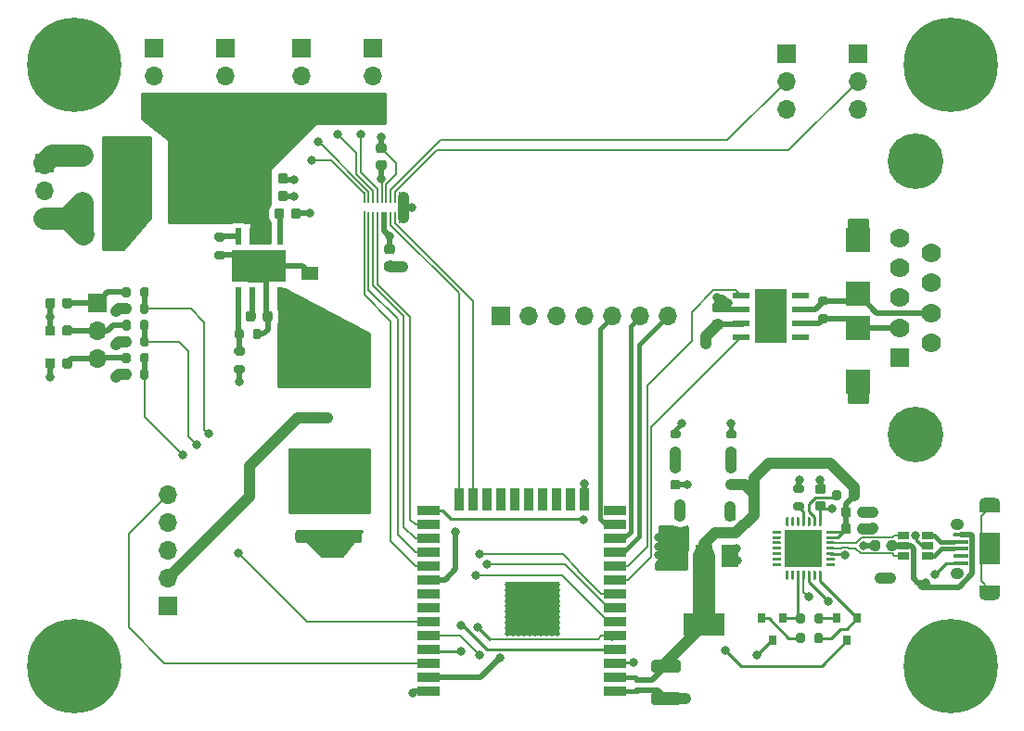
<source format=gbr>
G04 #@! TF.GenerationSoftware,KiCad,Pcbnew,5.1.10-1.fc33*
G04 #@! TF.CreationDate,2021-05-26T13:10:01-04:00*
G04 #@! TF.ProjectId,UnderglowPCB,556e6465-7267-46c6-9f77-5043422e6b69,1.3.2*
G04 #@! TF.SameCoordinates,Original*
G04 #@! TF.FileFunction,Copper,L1,Top*
G04 #@! TF.FilePolarity,Positive*
%FSLAX46Y46*%
G04 Gerber Fmt 4.6, Leading zero omitted, Abs format (unit mm)*
G04 Created by KiCad (PCBNEW 5.1.10-1.fc33) date 2021-05-26 13:10:01*
%MOMM*%
%LPD*%
G01*
G04 APERTURE LIST*
G04 #@! TA.AperFunction,SMDPad,CuDef*
%ADD10R,5.000000X5.000000*%
G04 #@! TD*
G04 #@! TA.AperFunction,SMDPad,CuDef*
%ADD11R,2.000000X0.900000*%
G04 #@! TD*
G04 #@! TA.AperFunction,SMDPad,CuDef*
%ADD12R,0.900000X2.000000*%
G04 #@! TD*
G04 #@! TA.AperFunction,ComponentPad*
%ADD13C,0.500000*%
G04 #@! TD*
G04 #@! TA.AperFunction,SMDPad,CuDef*
%ADD14R,1.524000X1.200000*%
G04 #@! TD*
G04 #@! TA.AperFunction,SMDPad,CuDef*
%ADD15R,0.200000X1.100000*%
G04 #@! TD*
G04 #@! TA.AperFunction,SMDPad,CuDef*
%ADD16R,0.200000X1.000000*%
G04 #@! TD*
G04 #@! TA.AperFunction,ComponentPad*
%ADD17O,1.700000X1.700000*%
G04 #@! TD*
G04 #@! TA.AperFunction,ComponentPad*
%ADD18R,1.700000X1.700000*%
G04 #@! TD*
G04 #@! TA.AperFunction,ComponentPad*
%ADD19C,0.600000*%
G04 #@! TD*
G04 #@! TA.AperFunction,SMDPad,CuDef*
%ADD20R,1.550000X0.600000*%
G04 #@! TD*
G04 #@! TA.AperFunction,SMDPad,CuDef*
%ADD21R,2.950000X4.900000*%
G04 #@! TD*
G04 #@! TA.AperFunction,SMDPad,CuDef*
%ADD22R,3.350000X3.350000*%
G04 #@! TD*
G04 #@! TA.AperFunction,SMDPad,CuDef*
%ADD23R,3.500000X2.000000*%
G04 #@! TD*
G04 #@! TA.AperFunction,SMDPad,CuDef*
%ADD24R,7.000000X7.000000*%
G04 #@! TD*
G04 #@! TA.AperFunction,SMDPad,CuDef*
%ADD25R,0.600000X0.450000*%
G04 #@! TD*
G04 #@! TA.AperFunction,SMDPad,CuDef*
%ADD26R,1.060000X0.650000*%
G04 #@! TD*
G04 #@! TA.AperFunction,ComponentPad*
%ADD27O,1.250000X1.050000*%
G04 #@! TD*
G04 #@! TA.AperFunction,SMDPad,CuDef*
%ADD28R,1.350000X0.400000*%
G04 #@! TD*
G04 #@! TA.AperFunction,ComponentPad*
%ADD29O,1.900000X1.000000*%
G04 #@! TD*
G04 #@! TA.AperFunction,SMDPad,CuDef*
%ADD30R,1.900000X2.900000*%
G04 #@! TD*
G04 #@! TA.AperFunction,SMDPad,CuDef*
%ADD31R,1.900000X0.875000*%
G04 #@! TD*
G04 #@! TA.AperFunction,SMDPad,CuDef*
%ADD32R,1.500000X2.000000*%
G04 #@! TD*
G04 #@! TA.AperFunction,SMDPad,CuDef*
%ADD33R,3.800000X2.000000*%
G04 #@! TD*
G04 #@! TA.AperFunction,ComponentPad*
%ADD34C,0.900000*%
G04 #@! TD*
G04 #@! TA.AperFunction,ComponentPad*
%ADD35C,8.600000*%
G04 #@! TD*
G04 #@! TA.AperFunction,SMDPad,CuDef*
%ADD36R,0.800000X0.900000*%
G04 #@! TD*
G04 #@! TA.AperFunction,SMDPad,CuDef*
%ADD37R,1.520000X1.200000*%
G04 #@! TD*
G04 #@! TA.AperFunction,SMDPad,CuDef*
%ADD38R,2.260000X2.160000*%
G04 #@! TD*
G04 #@! TA.AperFunction,SMDPad,CuDef*
%ADD39R,7.000000X4.000000*%
G04 #@! TD*
G04 #@! TA.AperFunction,SMDPad,CuDef*
%ADD40R,4.900000X2.950000*%
G04 #@! TD*
G04 #@! TA.AperFunction,SMDPad,CuDef*
%ADD41R,0.600000X1.550000*%
G04 #@! TD*
G04 #@! TA.AperFunction,ComponentPad*
%ADD42C,1.778000*%
G04 #@! TD*
G04 #@! TA.AperFunction,ComponentPad*
%ADD43R,1.778000X1.778000*%
G04 #@! TD*
G04 #@! TA.AperFunction,ComponentPad*
%ADD44C,5.080000*%
G04 #@! TD*
G04 #@! TA.AperFunction,ViaPad*
%ADD45C,0.800000*%
G04 #@! TD*
G04 #@! TA.AperFunction,Conductor*
%ADD46C,0.500000*%
G04 #@! TD*
G04 #@! TA.AperFunction,Conductor*
%ADD47C,1.000000*%
G04 #@! TD*
G04 #@! TA.AperFunction,Conductor*
%ADD48C,0.250000*%
G04 #@! TD*
G04 #@! TA.AperFunction,Conductor*
%ADD49C,2.000000*%
G04 #@! TD*
G04 #@! TA.AperFunction,Conductor*
%ADD50C,0.400000*%
G04 #@! TD*
G04 #@! TA.AperFunction,Conductor*
%ADD51C,0.200000*%
G04 #@! TD*
G04 #@! TA.AperFunction,Conductor*
%ADD52C,0.254000*%
G04 #@! TD*
G04 #@! TA.AperFunction,Conductor*
%ADD53C,0.100000*%
G04 #@! TD*
G04 APERTURE END LIST*
D10*
G04 #@! TO.P,U1,39*
G04 #@! TO.N,GND*
X150850000Y-122705000D03*
D11*
G04 #@! TO.P,U1,1*
X158350000Y-130205000D03*
G04 #@! TO.P,U1,2*
G04 #@! TO.N,+3V3*
X158350000Y-128935000D03*
G04 #@! TO.P,U1,3*
G04 #@! TO.N,EN*
X158350000Y-127665000D03*
G04 #@! TO.P,U1,4*
G04 #@! TO.N,JOYSTICK_X*
X158350000Y-126395000D03*
G04 #@! TO.P,U1,5*
G04 #@! TO.N,JOYSTICK_Y*
X158350000Y-125125000D03*
G04 #@! TO.P,U1,6*
G04 #@! TO.N,TURN_LEFT_LOW*
X158350000Y-123855000D03*
G04 #@! TO.P,U1,7*
G04 #@! TO.N,TURN_RIGHT_LOW*
X158350000Y-122585000D03*
G04 #@! TO.P,U1,8*
G04 #@! TO.N,BRAKE_LOW*
X158350000Y-121315000D03*
G04 #@! TO.P,U1,9*
G04 #@! TO.N,CAN_RX*
X158350000Y-120045000D03*
G04 #@! TO.P,U1,10*
G04 #@! TO.N,CAN_TX*
X158350000Y-118775000D03*
G04 #@! TO.P,U1,11*
G04 #@! TO.N,OLED_CS*
X158350000Y-117505000D03*
G04 #@! TO.P,U1,12*
G04 #@! TO.N,OLED_DC*
X158350000Y-116235000D03*
G04 #@! TO.P,U1,13*
G04 #@! TO.N,OLED_RESET*
X158350000Y-114965000D03*
G04 #@! TO.P,U1,14*
G04 #@! TO.N,Net-(U1-Pad14)*
X158350000Y-113695000D03*
D12*
G04 #@! TO.P,U1,15*
G04 #@! TO.N,GND*
X155565000Y-112695000D03*
G04 #@! TO.P,U1,16*
G04 #@! TO.N,Net-(U1-Pad16)*
X154295000Y-112695000D03*
G04 #@! TO.P,U1,17*
G04 #@! TO.N,Net-(U1-Pad17)*
X153025000Y-112695000D03*
G04 #@! TO.P,U1,18*
G04 #@! TO.N,Net-(U1-Pad18)*
X151755000Y-112695000D03*
G04 #@! TO.P,U1,19*
G04 #@! TO.N,Net-(U1-Pad19)*
X150485000Y-112695000D03*
G04 #@! TO.P,U1,20*
G04 #@! TO.N,Net-(U1-Pad20)*
X149215000Y-112695000D03*
G04 #@! TO.P,U1,21*
G04 #@! TO.N,Net-(U1-Pad21)*
X147945000Y-112695000D03*
G04 #@! TO.P,U1,22*
G04 #@! TO.N,Net-(U1-Pad22)*
X146675000Y-112695000D03*
G04 #@! TO.P,U1,23*
G04 #@! TO.N,UG_LOW_SPARE_2*
X145405000Y-112695000D03*
G04 #@! TO.P,U1,24*
G04 #@! TO.N,UG_LOW_SPARE_1*
X144135000Y-112695000D03*
D11*
G04 #@! TO.P,U1,25*
G04 #@! TO.N,IO0*
X141350000Y-113695000D03*
G04 #@! TO.P,U1,26*
G04 #@! TO.N,UG_LOW_RIGHT*
X141350000Y-114965000D03*
G04 #@! TO.P,U1,27*
G04 #@! TO.N,UG_LOW_REAR*
X141350000Y-116235000D03*
G04 #@! TO.P,U1,28*
G04 #@! TO.N,UG_LOW_LEFT*
X141350000Y-117505000D03*
G04 #@! TO.P,U1,29*
G04 #@! TO.N,UG_LOW_FRONT*
X141350000Y-118775000D03*
G04 #@! TO.P,U1,30*
G04 #@! TO.N,SPICLK*
X141350000Y-120045000D03*
G04 #@! TO.P,U1,31*
G04 #@! TO.N,Net-(U1-Pad31)*
X141350000Y-121315000D03*
G04 #@! TO.P,U1,32*
G04 #@! TO.N,Net-(U1-Pad32)*
X141350000Y-122585000D03*
G04 #@! TO.P,U1,33*
G04 #@! TO.N,AUX*
X141350000Y-123855000D03*
G04 #@! TO.P,U1,34*
G04 #@! TO.N,RXD0*
X141350000Y-125125000D03*
G04 #@! TO.P,U1,35*
G04 #@! TO.N,TXD0*
X141350000Y-126395000D03*
G04 #@! TO.P,U1,36*
G04 #@! TO.N,JOYSTICK_B*
X141350000Y-127665000D03*
G04 #@! TO.P,U1,37*
G04 #@! TO.N,MOSI*
X141350000Y-128935000D03*
G04 #@! TO.P,U1,38*
G04 #@! TO.N,GND*
X141350000Y-130205000D03*
D13*
G04 #@! TO.P,U1,39*
X153100000Y-124950000D03*
X152600000Y-124950000D03*
X152100000Y-124950000D03*
X151600000Y-124950000D03*
X151100000Y-124950000D03*
X150600000Y-124950000D03*
X150100000Y-124950000D03*
X149600000Y-124950000D03*
X149100000Y-124950000D03*
X148600000Y-124950000D03*
X151100000Y-124450000D03*
X149600000Y-124450000D03*
X150600000Y-124450000D03*
X148600000Y-124450000D03*
X149100000Y-124450000D03*
X152100000Y-124450000D03*
X152600000Y-124450000D03*
X153100000Y-124450000D03*
X150100000Y-124450000D03*
X151600000Y-124450000D03*
X151100000Y-123950000D03*
X149600000Y-123950000D03*
X150600000Y-123950000D03*
X148600000Y-123950000D03*
X149100000Y-123950000D03*
X152100000Y-123950000D03*
X152600000Y-123950000D03*
X153100000Y-123950000D03*
X150100000Y-123950000D03*
X151600000Y-123950000D03*
X151100000Y-123450000D03*
X149600000Y-123450000D03*
X150600000Y-123450000D03*
X148600000Y-123450000D03*
X149100000Y-123450000D03*
X152100000Y-123450000D03*
X152600000Y-123450000D03*
X153100000Y-123450000D03*
X150100000Y-123450000D03*
X151600000Y-123450000D03*
X151100000Y-122950000D03*
X149600000Y-122950000D03*
X150600000Y-122950000D03*
X148600000Y-122950000D03*
X149100000Y-122950000D03*
X152100000Y-122950000D03*
X152600000Y-122950000D03*
X153100000Y-122950000D03*
X150100000Y-122950000D03*
X151600000Y-122950000D03*
X151100000Y-122450000D03*
X149600000Y-122450000D03*
X150600000Y-122450000D03*
X148600000Y-122450000D03*
X149100000Y-122450000D03*
X152100000Y-122450000D03*
X152600000Y-122450000D03*
X153100000Y-122450000D03*
X150100000Y-122450000D03*
X151600000Y-122450000D03*
X151100000Y-121950000D03*
X149600000Y-121950000D03*
X150600000Y-121950000D03*
X148600000Y-121950000D03*
X149100000Y-121950000D03*
X152100000Y-121950000D03*
X152600000Y-121950000D03*
X153100000Y-121950000D03*
X150100000Y-121950000D03*
X151600000Y-121950000D03*
X151100000Y-121450000D03*
X149600000Y-121450000D03*
X150600000Y-121450000D03*
X148600000Y-121450000D03*
X149100000Y-121450000D03*
X152100000Y-121450000D03*
X152600000Y-121450000D03*
X153100000Y-121450000D03*
X150100000Y-121450000D03*
X151600000Y-121450000D03*
X151100000Y-120950000D03*
X149600000Y-120950000D03*
X150600000Y-120950000D03*
X148600000Y-120950000D03*
X149100000Y-120950000D03*
X152100000Y-120950000D03*
X152600000Y-120950000D03*
X153100000Y-120950000D03*
X150100000Y-120950000D03*
X151600000Y-120950000D03*
X151100000Y-120450000D03*
X149600000Y-120450000D03*
X150600000Y-120450000D03*
X148600000Y-120450000D03*
X149100000Y-120450000D03*
X152100000Y-120450000D03*
X152600000Y-120450000D03*
X153100000Y-120450000D03*
X150100000Y-120450000D03*
X151600000Y-120450000D03*
G04 #@! TD*
D14*
G04 #@! TO.P,D3,2*
G04 #@! TO.N,GND*
X130500000Y-92050000D03*
G04 #@! TO.P,D3,1*
G04 #@! TO.N,Net-(C6-Pad2)*
X130500000Y-96250000D03*
G04 #@! TD*
G04 #@! TO.P,C1,2*
G04 #@! TO.N,GND*
G04 #@! TA.AperFunction,SMDPad,CuDef*
G36*
G01*
X161949999Y-130300000D02*
X164150001Y-130300000D01*
G75*
G02*
X164400000Y-130549999I0J-249999D01*
G01*
X164400000Y-131200001D01*
G75*
G02*
X164150001Y-131450000I-249999J0D01*
G01*
X161949999Y-131450000D01*
G75*
G02*
X161700000Y-131200001I0J249999D01*
G01*
X161700000Y-130549999D01*
G75*
G02*
X161949999Y-130300000I249999J0D01*
G01*
G37*
G04 #@! TD.AperFunction*
G04 #@! TO.P,C1,1*
G04 #@! TO.N,+3V3*
G04 #@! TA.AperFunction,SMDPad,CuDef*
G36*
G01*
X161949999Y-127350000D02*
X164150001Y-127350000D01*
G75*
G02*
X164400000Y-127599999I0J-249999D01*
G01*
X164400000Y-128250001D01*
G75*
G02*
X164150001Y-128500000I-249999J0D01*
G01*
X161949999Y-128500000D01*
G75*
G02*
X161700000Y-128250001I0J249999D01*
G01*
X161700000Y-127599999D01*
G75*
G02*
X161949999Y-127350000I249999J0D01*
G01*
G37*
G04 #@! TD.AperFunction*
G04 #@! TD*
G04 #@! TO.P,C12,1*
G04 #@! TO.N,GND*
G04 #@! TA.AperFunction,SMDPad,CuDef*
G36*
G01*
X136800000Y-80125000D02*
X137300000Y-80125000D01*
G75*
G02*
X137525000Y-80350000I0J-225000D01*
G01*
X137525000Y-80800000D01*
G75*
G02*
X137300000Y-81025000I-225000J0D01*
G01*
X136800000Y-81025000D01*
G75*
G02*
X136575000Y-80800000I0J225000D01*
G01*
X136575000Y-80350000D01*
G75*
G02*
X136800000Y-80125000I225000J0D01*
G01*
G37*
G04 #@! TD.AperFunction*
G04 #@! TO.P,C12,2*
G04 #@! TO.N,+5V*
G04 #@! TA.AperFunction,SMDPad,CuDef*
G36*
G01*
X136800000Y-81675000D02*
X137300000Y-81675000D01*
G75*
G02*
X137525000Y-81900000I0J-225000D01*
G01*
X137525000Y-82350000D01*
G75*
G02*
X137300000Y-82575000I-225000J0D01*
G01*
X136800000Y-82575000D01*
G75*
G02*
X136575000Y-82350000I0J225000D01*
G01*
X136575000Y-81900000D01*
G75*
G02*
X136800000Y-81675000I225000J0D01*
G01*
G37*
G04 #@! TD.AperFunction*
G04 #@! TD*
G04 #@! TO.P,C11,1*
G04 #@! TO.N,GND*
G04 #@! TA.AperFunction,SMDPad,CuDef*
G36*
G01*
X138050000Y-91825000D02*
X137550000Y-91825000D01*
G75*
G02*
X137325000Y-91600000I0J225000D01*
G01*
X137325000Y-91150000D01*
G75*
G02*
X137550000Y-90925000I225000J0D01*
G01*
X138050000Y-90925000D01*
G75*
G02*
X138275000Y-91150000I0J-225000D01*
G01*
X138275000Y-91600000D01*
G75*
G02*
X138050000Y-91825000I-225000J0D01*
G01*
G37*
G04 #@! TD.AperFunction*
G04 #@! TO.P,C11,2*
G04 #@! TO.N,+3V3*
G04 #@! TA.AperFunction,SMDPad,CuDef*
G36*
G01*
X138050000Y-90275000D02*
X137550000Y-90275000D01*
G75*
G02*
X137325000Y-90050000I0J225000D01*
G01*
X137325000Y-89600000D01*
G75*
G02*
X137550000Y-89375000I225000J0D01*
G01*
X138050000Y-89375000D01*
G75*
G02*
X138275000Y-89600000I0J-225000D01*
G01*
X138275000Y-90050000D01*
G75*
G02*
X138050000Y-90275000I-225000J0D01*
G01*
G37*
G04 #@! TD.AperFunction*
G04 #@! TD*
D15*
G04 #@! TO.P,U4,1*
G04 #@! TO.N,UG_LOW_FRONT*
X135500000Y-86850000D03*
D16*
G04 #@! TO.P,U4,2*
G04 #@! TO.N,UG_LOW_LEFT*
X135900000Y-86900000D03*
G04 #@! TO.P,U4,3*
G04 #@! TO.N,UG_LOW_REAR*
X136300000Y-86900000D03*
G04 #@! TO.P,U4,4*
G04 #@! TO.N,UG_LOW_RIGHT*
X136700000Y-86900000D03*
G04 #@! TO.P,U4,5*
G04 #@! TO.N,+3V3*
X137100000Y-86900000D03*
G04 #@! TO.P,U4,6*
X137500000Y-86900000D03*
G04 #@! TO.P,U4,7*
G04 #@! TO.N,UG_LOW_SPARE_1*
X137900000Y-86900000D03*
G04 #@! TO.P,U4,8*
G04 #@! TO.N,UG_LOW_SPARE_2*
X138300000Y-86900000D03*
G04 #@! TO.P,U4,9*
G04 #@! TO.N,GND*
X138700000Y-86900000D03*
G04 #@! TO.P,U4,10*
X139100000Y-86900000D03*
G04 #@! TO.P,U4,11*
X139100000Y-85100000D03*
G04 #@! TO.P,U4,12*
X138700000Y-85100000D03*
G04 #@! TO.P,U4,13*
G04 #@! TO.N,5V_LED_SPARE_2*
X138300000Y-85100000D03*
G04 #@! TO.P,U4,14*
G04 #@! TO.N,5V_LED_SPARE_1*
X137900000Y-85100000D03*
G04 #@! TO.P,U4,15*
G04 #@! TO.N,GND*
X137500000Y-85100000D03*
G04 #@! TO.P,U4,16*
G04 #@! TO.N,+5V*
X137100000Y-85100000D03*
G04 #@! TO.P,U4,17*
G04 #@! TO.N,UNDRGLW_RGHT*
X136700000Y-85100000D03*
G04 #@! TO.P,U4,18*
G04 #@! TO.N,UNDRGLW_REAR*
X136300000Y-85100000D03*
G04 #@! TO.P,U4,19*
G04 #@! TO.N,UNDRGLW_LEFT*
X135900000Y-85100000D03*
G04 #@! TO.P,U4,20*
G04 #@! TO.N,UNDRGLW_FRNT*
X135500000Y-85100000D03*
G04 #@! TD*
D17*
G04 #@! TO.P,J11,5*
G04 #@! TO.N,JOYSTICK_B*
X117550000Y-112290000D03*
G04 #@! TO.P,J11,4*
G04 #@! TO.N,JOYSTICK_Y*
X117550000Y-114830000D03*
G04 #@! TO.P,J11,3*
G04 #@! TO.N,JOYSTICK_X*
X117550000Y-117370000D03*
G04 #@! TO.P,J11,2*
G04 #@! TO.N,+3V3*
X117550000Y-119910000D03*
D18*
G04 #@! TO.P,J11,1*
G04 #@! TO.N,GND*
X117550000Y-122450000D03*
G04 #@! TD*
G04 #@! TO.P,J12,1*
G04 #@! TO.N,GND*
X147950000Y-95950000D03*
D17*
G04 #@! TO.P,J12,2*
G04 #@! TO.N,+5V*
X150490000Y-95950000D03*
G04 #@! TO.P,J12,3*
G04 #@! TO.N,SPICLK*
X153030000Y-95950000D03*
G04 #@! TO.P,J12,4*
G04 #@! TO.N,MOSI*
X155570000Y-95950000D03*
G04 #@! TO.P,J12,5*
G04 #@! TO.N,OLED_RESET*
X158110000Y-95950000D03*
G04 #@! TO.P,J12,6*
G04 #@! TO.N,OLED_DC*
X160650000Y-95950000D03*
G04 #@! TO.P,J12,7*
G04 #@! TO.N,OLED_CS*
X163190000Y-95950000D03*
G04 #@! TD*
D19*
G04 #@! TO.P,U6,9*
G04 #@! TO.N,N/C*
X173250000Y-97875000D03*
X173250000Y-96575000D03*
X171950000Y-96575000D03*
X171950000Y-97875000D03*
X173250000Y-93975000D03*
X173250000Y-95275000D03*
X171950000Y-95275000D03*
X171950000Y-93975000D03*
D20*
G04 #@! TO.P,U6,8*
G04 #@! TO.N,Net-(U6-Pad8)*
X175300000Y-94020000D03*
G04 #@! TO.P,U6,7*
G04 #@! TO.N,Net-(D5-Pad2)*
X175300000Y-95290000D03*
G04 #@! TO.P,U6,6*
G04 #@! TO.N,Net-(D4-Pad2)*
X175300000Y-96560000D03*
G04 #@! TO.P,U6,5*
G04 #@! TO.N,Net-(U6-Pad5)*
X175300000Y-97830000D03*
G04 #@! TO.P,U6,4*
G04 #@! TO.N,CAN_RX*
X169900000Y-97830000D03*
G04 #@! TO.P,U6,3*
G04 #@! TO.N,+3V3*
X169900000Y-96560000D03*
G04 #@! TO.P,U6,2*
G04 #@! TO.N,GND*
X169900000Y-95290000D03*
G04 #@! TO.P,U6,1*
G04 #@! TO.N,CAN_TX*
X169900000Y-94020000D03*
D21*
G04 #@! TO.P,U6,9*
G04 #@! TO.N,N/C*
X172600000Y-95925000D03*
G04 #@! TD*
D17*
G04 #@! TO.P,J8,3*
G04 #@! TO.N,+5V*
X174050000Y-76990000D03*
G04 #@! TO.P,J8,2*
G04 #@! TO.N,5V_LED_SPARE_1*
X174050000Y-74450000D03*
D18*
G04 #@! TO.P,J8,1*
G04 #@! TO.N,GND*
X174050000Y-71910000D03*
G04 #@! TD*
D13*
G04 #@! TO.P,U8,29*
G04 #@! TO.N,GND*
X177000000Y-118550000D03*
G04 #@! TO.P,U8,1*
G04 #@! TO.N,Net-(U8-Pad1)*
G04 #@! TA.AperFunction,SMDPad,CuDef*
G36*
G01*
X178450000Y-118587500D02*
X178450000Y-118712500D01*
G75*
G02*
X178387500Y-118775000I-62500J0D01*
G01*
X177712500Y-118775000D01*
G75*
G02*
X177650000Y-118712500I0J62500D01*
G01*
X177650000Y-118587500D01*
G75*
G02*
X177712500Y-118525000I62500J0D01*
G01*
X178387500Y-118525000D01*
G75*
G02*
X178450000Y-118587500I0J-62500D01*
G01*
G37*
G04 #@! TD.AperFunction*
G04 #@! TO.P,U8,2*
G04 #@! TO.N,Net-(U8-Pad2)*
G04 #@! TA.AperFunction,SMDPad,CuDef*
G36*
G01*
X178450000Y-118087500D02*
X178450000Y-118212500D01*
G75*
G02*
X178387500Y-118275000I-62500J0D01*
G01*
X177712500Y-118275000D01*
G75*
G02*
X177650000Y-118212500I0J62500D01*
G01*
X177650000Y-118087500D01*
G75*
G02*
X177712500Y-118025000I62500J0D01*
G01*
X178387500Y-118025000D01*
G75*
G02*
X178450000Y-118087500I0J-62500D01*
G01*
G37*
G04 #@! TD.AperFunction*
G04 #@! TO.P,U8,3*
G04 #@! TO.N,GND*
G04 #@! TA.AperFunction,SMDPad,CuDef*
G36*
G01*
X178450000Y-117587500D02*
X178450000Y-117712500D01*
G75*
G02*
X178387500Y-117775000I-62500J0D01*
G01*
X177712500Y-117775000D01*
G75*
G02*
X177650000Y-117712500I0J62500D01*
G01*
X177650000Y-117587500D01*
G75*
G02*
X177712500Y-117525000I62500J0D01*
G01*
X178387500Y-117525000D01*
G75*
G02*
X178450000Y-117587500I0J-62500D01*
G01*
G37*
G04 #@! TD.AperFunction*
G04 #@! TO.P,U8,4*
G04 #@! TO.N,D+*
G04 #@! TA.AperFunction,SMDPad,CuDef*
G36*
G01*
X178450000Y-117087500D02*
X178450000Y-117212500D01*
G75*
G02*
X178387500Y-117275000I-62500J0D01*
G01*
X177712500Y-117275000D01*
G75*
G02*
X177650000Y-117212500I0J62500D01*
G01*
X177650000Y-117087500D01*
G75*
G02*
X177712500Y-117025000I62500J0D01*
G01*
X178387500Y-117025000D01*
G75*
G02*
X178450000Y-117087500I0J-62500D01*
G01*
G37*
G04 #@! TD.AperFunction*
G04 #@! TO.P,U8,5*
G04 #@! TO.N,D-*
G04 #@! TA.AperFunction,SMDPad,CuDef*
G36*
G01*
X178450000Y-116587500D02*
X178450000Y-116712500D01*
G75*
G02*
X178387500Y-116775000I-62500J0D01*
G01*
X177712500Y-116775000D01*
G75*
G02*
X177650000Y-116712500I0J62500D01*
G01*
X177650000Y-116587500D01*
G75*
G02*
X177712500Y-116525000I62500J0D01*
G01*
X178387500Y-116525000D01*
G75*
G02*
X178450000Y-116587500I0J-62500D01*
G01*
G37*
G04 #@! TD.AperFunction*
G04 #@! TO.P,U8,6*
G04 #@! TO.N,+3V3*
G04 #@! TA.AperFunction,SMDPad,CuDef*
G36*
G01*
X178450000Y-116087500D02*
X178450000Y-116212500D01*
G75*
G02*
X178387500Y-116275000I-62500J0D01*
G01*
X177712500Y-116275000D01*
G75*
G02*
X177650000Y-116212500I0J62500D01*
G01*
X177650000Y-116087500D01*
G75*
G02*
X177712500Y-116025000I62500J0D01*
G01*
X178387500Y-116025000D01*
G75*
G02*
X178450000Y-116087500I0J-62500D01*
G01*
G37*
G04 #@! TD.AperFunction*
G04 #@! TO.P,U8,7*
G04 #@! TA.AperFunction,SMDPad,CuDef*
G36*
G01*
X178450000Y-115587500D02*
X178450000Y-115712500D01*
G75*
G02*
X178387500Y-115775000I-62500J0D01*
G01*
X177712500Y-115775000D01*
G75*
G02*
X177650000Y-115712500I0J62500D01*
G01*
X177650000Y-115587500D01*
G75*
G02*
X177712500Y-115525000I62500J0D01*
G01*
X178387500Y-115525000D01*
G75*
G02*
X178450000Y-115587500I0J-62500D01*
G01*
G37*
G04 #@! TD.AperFunction*
G04 #@! TO.P,U8,8*
G04 #@! TO.N,VBUS*
G04 #@! TA.AperFunction,SMDPad,CuDef*
G36*
G01*
X177225000Y-114362500D02*
X177225000Y-115037500D01*
G75*
G02*
X177162500Y-115100000I-62500J0D01*
G01*
X177037500Y-115100000D01*
G75*
G02*
X176975000Y-115037500I0J62500D01*
G01*
X176975000Y-114362500D01*
G75*
G02*
X177037500Y-114300000I62500J0D01*
G01*
X177162500Y-114300000D01*
G75*
G02*
X177225000Y-114362500I0J-62500D01*
G01*
G37*
G04 #@! TD.AperFunction*
G04 #@! TO.P,U8,9*
G04 #@! TO.N,Net-(R7-Pad1)*
G04 #@! TA.AperFunction,SMDPad,CuDef*
G36*
G01*
X176725000Y-114362500D02*
X176725000Y-115037500D01*
G75*
G02*
X176662500Y-115100000I-62500J0D01*
G01*
X176537500Y-115100000D01*
G75*
G02*
X176475000Y-115037500I0J62500D01*
G01*
X176475000Y-114362500D01*
G75*
G02*
X176537500Y-114300000I62500J0D01*
G01*
X176662500Y-114300000D01*
G75*
G02*
X176725000Y-114362500I0J-62500D01*
G01*
G37*
G04 #@! TD.AperFunction*
G04 #@! TO.P,U8,10*
G04 #@! TO.N,Net-(U8-Pad10)*
G04 #@! TA.AperFunction,SMDPad,CuDef*
G36*
G01*
X176225000Y-114362500D02*
X176225000Y-115037500D01*
G75*
G02*
X176162500Y-115100000I-62500J0D01*
G01*
X176037500Y-115100000D01*
G75*
G02*
X175975000Y-115037500I0J62500D01*
G01*
X175975000Y-114362500D01*
G75*
G02*
X176037500Y-114300000I62500J0D01*
G01*
X176162500Y-114300000D01*
G75*
G02*
X176225000Y-114362500I0J-62500D01*
G01*
G37*
G04 #@! TD.AperFunction*
G04 #@! TO.P,U8,11*
G04 #@! TO.N,Net-(R8-Pad2)*
G04 #@! TA.AperFunction,SMDPad,CuDef*
G36*
G01*
X175725000Y-114362500D02*
X175725000Y-115037500D01*
G75*
G02*
X175662500Y-115100000I-62500J0D01*
G01*
X175537500Y-115100000D01*
G75*
G02*
X175475000Y-115037500I0J62500D01*
G01*
X175475000Y-114362500D01*
G75*
G02*
X175537500Y-114300000I62500J0D01*
G01*
X175662500Y-114300000D01*
G75*
G02*
X175725000Y-114362500I0J-62500D01*
G01*
G37*
G04 #@! TD.AperFunction*
G04 #@! TO.P,U8,12*
G04 #@! TO.N,Net-(U8-Pad12)*
G04 #@! TA.AperFunction,SMDPad,CuDef*
G36*
G01*
X175225000Y-114362500D02*
X175225000Y-115037500D01*
G75*
G02*
X175162500Y-115100000I-62500J0D01*
G01*
X175037500Y-115100000D01*
G75*
G02*
X174975000Y-115037500I0J62500D01*
G01*
X174975000Y-114362500D01*
G75*
G02*
X175037500Y-114300000I62500J0D01*
G01*
X175162500Y-114300000D01*
G75*
G02*
X175225000Y-114362500I0J-62500D01*
G01*
G37*
G04 #@! TD.AperFunction*
G04 #@! TO.P,U8,13*
G04 #@! TO.N,Net-(U8-Pad13)*
G04 #@! TA.AperFunction,SMDPad,CuDef*
G36*
G01*
X174725000Y-114362500D02*
X174725000Y-115037500D01*
G75*
G02*
X174662500Y-115100000I-62500J0D01*
G01*
X174537500Y-115100000D01*
G75*
G02*
X174475000Y-115037500I0J62500D01*
G01*
X174475000Y-114362500D01*
G75*
G02*
X174537500Y-114300000I62500J0D01*
G01*
X174662500Y-114300000D01*
G75*
G02*
X174725000Y-114362500I0J-62500D01*
G01*
G37*
G04 #@! TD.AperFunction*
G04 #@! TO.P,U8,14*
G04 #@! TO.N,Net-(U8-Pad14)*
G04 #@! TA.AperFunction,SMDPad,CuDef*
G36*
G01*
X174225000Y-114362500D02*
X174225000Y-115037500D01*
G75*
G02*
X174162500Y-115100000I-62500J0D01*
G01*
X174037500Y-115100000D01*
G75*
G02*
X173975000Y-115037500I0J62500D01*
G01*
X173975000Y-114362500D01*
G75*
G02*
X174037500Y-114300000I62500J0D01*
G01*
X174162500Y-114300000D01*
G75*
G02*
X174225000Y-114362500I0J-62500D01*
G01*
G37*
G04 #@! TD.AperFunction*
G04 #@! TO.P,U8,15*
G04 #@! TO.N,Net-(U8-Pad15)*
G04 #@! TA.AperFunction,SMDPad,CuDef*
G36*
G01*
X173550000Y-115587500D02*
X173550000Y-115712500D01*
G75*
G02*
X173487500Y-115775000I-62500J0D01*
G01*
X172812500Y-115775000D01*
G75*
G02*
X172750000Y-115712500I0J62500D01*
G01*
X172750000Y-115587500D01*
G75*
G02*
X172812500Y-115525000I62500J0D01*
G01*
X173487500Y-115525000D01*
G75*
G02*
X173550000Y-115587500I0J-62500D01*
G01*
G37*
G04 #@! TD.AperFunction*
G04 #@! TO.P,U8,16*
G04 #@! TO.N,Net-(U8-Pad16)*
G04 #@! TA.AperFunction,SMDPad,CuDef*
G36*
G01*
X173550000Y-116087500D02*
X173550000Y-116212500D01*
G75*
G02*
X173487500Y-116275000I-62500J0D01*
G01*
X172812500Y-116275000D01*
G75*
G02*
X172750000Y-116212500I0J62500D01*
G01*
X172750000Y-116087500D01*
G75*
G02*
X172812500Y-116025000I62500J0D01*
G01*
X173487500Y-116025000D01*
G75*
G02*
X173550000Y-116087500I0J-62500D01*
G01*
G37*
G04 #@! TD.AperFunction*
G04 #@! TO.P,U8,17*
G04 #@! TO.N,Net-(U8-Pad17)*
G04 #@! TA.AperFunction,SMDPad,CuDef*
G36*
G01*
X173550000Y-116587500D02*
X173550000Y-116712500D01*
G75*
G02*
X173487500Y-116775000I-62500J0D01*
G01*
X172812500Y-116775000D01*
G75*
G02*
X172750000Y-116712500I0J62500D01*
G01*
X172750000Y-116587500D01*
G75*
G02*
X172812500Y-116525000I62500J0D01*
G01*
X173487500Y-116525000D01*
G75*
G02*
X173550000Y-116587500I0J-62500D01*
G01*
G37*
G04 #@! TD.AperFunction*
G04 #@! TO.P,U8,18*
G04 #@! TO.N,Net-(U8-Pad18)*
G04 #@! TA.AperFunction,SMDPad,CuDef*
G36*
G01*
X173550000Y-117087500D02*
X173550000Y-117212500D01*
G75*
G02*
X173487500Y-117275000I-62500J0D01*
G01*
X172812500Y-117275000D01*
G75*
G02*
X172750000Y-117212500I0J62500D01*
G01*
X172750000Y-117087500D01*
G75*
G02*
X172812500Y-117025000I62500J0D01*
G01*
X173487500Y-117025000D01*
G75*
G02*
X173550000Y-117087500I0J-62500D01*
G01*
G37*
G04 #@! TD.AperFunction*
G04 #@! TO.P,U8,19*
G04 #@! TO.N,Net-(U8-Pad19)*
G04 #@! TA.AperFunction,SMDPad,CuDef*
G36*
G01*
X173550000Y-117587500D02*
X173550000Y-117712500D01*
G75*
G02*
X173487500Y-117775000I-62500J0D01*
G01*
X172812500Y-117775000D01*
G75*
G02*
X172750000Y-117712500I0J62500D01*
G01*
X172750000Y-117587500D01*
G75*
G02*
X172812500Y-117525000I62500J0D01*
G01*
X173487500Y-117525000D01*
G75*
G02*
X173550000Y-117587500I0J-62500D01*
G01*
G37*
G04 #@! TD.AperFunction*
G04 #@! TO.P,U8,20*
G04 #@! TO.N,Net-(U8-Pad20)*
G04 #@! TA.AperFunction,SMDPad,CuDef*
G36*
G01*
X173550000Y-118087500D02*
X173550000Y-118212500D01*
G75*
G02*
X173487500Y-118275000I-62500J0D01*
G01*
X172812500Y-118275000D01*
G75*
G02*
X172750000Y-118212500I0J62500D01*
G01*
X172750000Y-118087500D01*
G75*
G02*
X172812500Y-118025000I62500J0D01*
G01*
X173487500Y-118025000D01*
G75*
G02*
X173550000Y-118087500I0J-62500D01*
G01*
G37*
G04 #@! TD.AperFunction*
G04 #@! TO.P,U8,21*
G04 #@! TO.N,Net-(U8-Pad21)*
G04 #@! TA.AperFunction,SMDPad,CuDef*
G36*
G01*
X173550000Y-118587500D02*
X173550000Y-118712500D01*
G75*
G02*
X173487500Y-118775000I-62500J0D01*
G01*
X172812500Y-118775000D01*
G75*
G02*
X172750000Y-118712500I0J62500D01*
G01*
X172750000Y-118587500D01*
G75*
G02*
X172812500Y-118525000I62500J0D01*
G01*
X173487500Y-118525000D01*
G75*
G02*
X173550000Y-118587500I0J-62500D01*
G01*
G37*
G04 #@! TD.AperFunction*
G04 #@! TO.P,U8,22*
G04 #@! TO.N,Net-(U8-Pad22)*
G04 #@! TA.AperFunction,SMDPad,CuDef*
G36*
G01*
X174225000Y-119262500D02*
X174225000Y-119937500D01*
G75*
G02*
X174162500Y-120000000I-62500J0D01*
G01*
X174037500Y-120000000D01*
G75*
G02*
X173975000Y-119937500I0J62500D01*
G01*
X173975000Y-119262500D01*
G75*
G02*
X174037500Y-119200000I62500J0D01*
G01*
X174162500Y-119200000D01*
G75*
G02*
X174225000Y-119262500I0J-62500D01*
G01*
G37*
G04 #@! TD.AperFunction*
G04 #@! TO.P,U8,23*
G04 #@! TO.N,Net-(U8-Pad23)*
G04 #@! TA.AperFunction,SMDPad,CuDef*
G36*
G01*
X174725000Y-119262500D02*
X174725000Y-119937500D01*
G75*
G02*
X174662500Y-120000000I-62500J0D01*
G01*
X174537500Y-120000000D01*
G75*
G02*
X174475000Y-119937500I0J62500D01*
G01*
X174475000Y-119262500D01*
G75*
G02*
X174537500Y-119200000I62500J0D01*
G01*
X174662500Y-119200000D01*
G75*
G02*
X174725000Y-119262500I0J-62500D01*
G01*
G37*
G04 #@! TD.AperFunction*
G04 #@! TO.P,U8,24*
G04 #@! TO.N,PROG_RTS*
G04 #@! TA.AperFunction,SMDPad,CuDef*
G36*
G01*
X175225000Y-119262500D02*
X175225000Y-119937500D01*
G75*
G02*
X175162500Y-120000000I-62500J0D01*
G01*
X175037500Y-120000000D01*
G75*
G02*
X174975000Y-119937500I0J62500D01*
G01*
X174975000Y-119262500D01*
G75*
G02*
X175037500Y-119200000I62500J0D01*
G01*
X175162500Y-119200000D01*
G75*
G02*
X175225000Y-119262500I0J-62500D01*
G01*
G37*
G04 #@! TD.AperFunction*
G04 #@! TO.P,U8,25*
G04 #@! TO.N,RXD0*
G04 #@! TA.AperFunction,SMDPad,CuDef*
G36*
G01*
X175725000Y-119262500D02*
X175725000Y-119937500D01*
G75*
G02*
X175662500Y-120000000I-62500J0D01*
G01*
X175537500Y-120000000D01*
G75*
G02*
X175475000Y-119937500I0J62500D01*
G01*
X175475000Y-119262500D01*
G75*
G02*
X175537500Y-119200000I62500J0D01*
G01*
X175662500Y-119200000D01*
G75*
G02*
X175725000Y-119262500I0J-62500D01*
G01*
G37*
G04 #@! TD.AperFunction*
G04 #@! TO.P,U8,26*
G04 #@! TO.N,TXD0*
G04 #@! TA.AperFunction,SMDPad,CuDef*
G36*
G01*
X176225000Y-119262500D02*
X176225000Y-119937500D01*
G75*
G02*
X176162500Y-120000000I-62500J0D01*
G01*
X176037500Y-120000000D01*
G75*
G02*
X175975000Y-119937500I0J62500D01*
G01*
X175975000Y-119262500D01*
G75*
G02*
X176037500Y-119200000I62500J0D01*
G01*
X176162500Y-119200000D01*
G75*
G02*
X176225000Y-119262500I0J-62500D01*
G01*
G37*
G04 #@! TD.AperFunction*
G04 #@! TO.P,U8,27*
G04 #@! TO.N,Net-(U8-Pad27)*
G04 #@! TA.AperFunction,SMDPad,CuDef*
G36*
G01*
X176725000Y-119262500D02*
X176725000Y-119937500D01*
G75*
G02*
X176662500Y-120000000I-62500J0D01*
G01*
X176537500Y-120000000D01*
G75*
G02*
X176475000Y-119937500I0J62500D01*
G01*
X176475000Y-119262500D01*
G75*
G02*
X176537500Y-119200000I62500J0D01*
G01*
X176662500Y-119200000D01*
G75*
G02*
X176725000Y-119262500I0J-62500D01*
G01*
G37*
G04 #@! TD.AperFunction*
G04 #@! TO.P,U8,28*
G04 #@! TO.N,PROG_DTR*
G04 #@! TA.AperFunction,SMDPad,CuDef*
G36*
G01*
X177225000Y-119262500D02*
X177225000Y-119937500D01*
G75*
G02*
X177162500Y-120000000I-62500J0D01*
G01*
X177037500Y-120000000D01*
G75*
G02*
X176975000Y-119937500I0J62500D01*
G01*
X176975000Y-119262500D01*
G75*
G02*
X177037500Y-119200000I62500J0D01*
G01*
X177162500Y-119200000D01*
G75*
G02*
X177225000Y-119262500I0J-62500D01*
G01*
G37*
G04 #@! TD.AperFunction*
D22*
G04 #@! TO.P,U8,29*
G04 #@! TO.N,GND*
X175600000Y-117150000D03*
D13*
X176500000Y-118550000D03*
X176000000Y-118550000D03*
X174200000Y-118550000D03*
X174700000Y-118550000D03*
X175200000Y-118550000D03*
X177000000Y-118050000D03*
X177000000Y-117550000D03*
X177000000Y-115750000D03*
X174200000Y-115750000D03*
X174200000Y-116250000D03*
X174200000Y-116750000D03*
X174200000Y-118050000D03*
X174200000Y-117550000D03*
X174700000Y-115750000D03*
X175200000Y-115750000D03*
X176500000Y-115750000D03*
X176000000Y-115750000D03*
X177000000Y-116250000D03*
X177000000Y-116750000D03*
X176500000Y-116250000D03*
X176500000Y-116750000D03*
X176000000Y-116750000D03*
X176000000Y-116250000D03*
X175200000Y-116250000D03*
X174700000Y-116250000D03*
X174700000Y-116750000D03*
X175200000Y-116750000D03*
X174700000Y-118050000D03*
X174700000Y-117550000D03*
X175200000Y-117550000D03*
X175200000Y-118050000D03*
X176500000Y-118050000D03*
X176000000Y-118050000D03*
X176000000Y-117550000D03*
X176500000Y-117550000D03*
X175600000Y-117150000D03*
G04 #@! TD*
D23*
G04 #@! TO.P,D1,2*
G04 #@! TO.N,Net-(D1-Pad2)*
X113925000Y-80550000D03*
X113925000Y-85130000D03*
D24*
G04 #@! TO.P,D1,1*
G04 #@! TO.N,+12V*
X121325000Y-82850000D03*
G04 #@! TD*
G04 #@! TO.P,C9,2*
G04 #@! TO.N,GND*
G04 #@! TA.AperFunction,SMDPad,CuDef*
G36*
G01*
X164550000Y-114625000D02*
X164050000Y-114625000D01*
G75*
G02*
X163825000Y-114400000I0J225000D01*
G01*
X163825000Y-113950000D01*
G75*
G02*
X164050000Y-113725000I225000J0D01*
G01*
X164550000Y-113725000D01*
G75*
G02*
X164775000Y-113950000I0J-225000D01*
G01*
X164775000Y-114400000D01*
G75*
G02*
X164550000Y-114625000I-225000J0D01*
G01*
G37*
G04 #@! TD.AperFunction*
G04 #@! TO.P,C9,1*
G04 #@! TO.N,+5V*
G04 #@! TA.AperFunction,SMDPad,CuDef*
G36*
G01*
X164550000Y-116175000D02*
X164050000Y-116175000D01*
G75*
G02*
X163825000Y-115950000I0J225000D01*
G01*
X163825000Y-115500000D01*
G75*
G02*
X164050000Y-115275000I225000J0D01*
G01*
X164550000Y-115275000D01*
G75*
G02*
X164775000Y-115500000I0J-225000D01*
G01*
X164775000Y-115950000D01*
G75*
G02*
X164550000Y-116175000I-225000J0D01*
G01*
G37*
G04 #@! TD.AperFunction*
G04 #@! TD*
D25*
G04 #@! TO.P,D6,1*
G04 #@! TO.N,+5V*
X183550000Y-119900000D03*
G04 #@! TO.P,D6,2*
G04 #@! TO.N,VBUS*
X185650000Y-119900000D03*
G04 #@! TD*
G04 #@! TO.P,C17,1*
G04 #@! TO.N,+3V3*
G04 #@! TA.AperFunction,SMDPad,CuDef*
G36*
G01*
X179025000Y-115600000D02*
X179025000Y-115100000D01*
G75*
G02*
X179250000Y-114875000I225000J0D01*
G01*
X179700000Y-114875000D01*
G75*
G02*
X179925000Y-115100000I0J-225000D01*
G01*
X179925000Y-115600000D01*
G75*
G02*
X179700000Y-115825000I-225000J0D01*
G01*
X179250000Y-115825000D01*
G75*
G02*
X179025000Y-115600000I0J225000D01*
G01*
G37*
G04 #@! TD.AperFunction*
G04 #@! TO.P,C17,2*
G04 #@! TO.N,GND*
G04 #@! TA.AperFunction,SMDPad,CuDef*
G36*
G01*
X180575000Y-115600000D02*
X180575000Y-115100000D01*
G75*
G02*
X180800000Y-114875000I225000J0D01*
G01*
X181250000Y-114875000D01*
G75*
G02*
X181475000Y-115100000I0J-225000D01*
G01*
X181475000Y-115600000D01*
G75*
G02*
X181250000Y-115825000I-225000J0D01*
G01*
X180800000Y-115825000D01*
G75*
G02*
X180575000Y-115600000I0J225000D01*
G01*
G37*
G04 #@! TD.AperFunction*
G04 #@! TD*
G04 #@! TO.P,R7,2*
G04 #@! TO.N,+3V3*
G04 #@! TA.AperFunction,SMDPad,CuDef*
G36*
G01*
X179850000Y-112575000D02*
X179850000Y-112025000D01*
G75*
G02*
X180050000Y-111825000I200000J0D01*
G01*
X180450000Y-111825000D01*
G75*
G02*
X180650000Y-112025000I0J-200000D01*
G01*
X180650000Y-112575000D01*
G75*
G02*
X180450000Y-112775000I-200000J0D01*
G01*
X180050000Y-112775000D01*
G75*
G02*
X179850000Y-112575000I0J200000D01*
G01*
G37*
G04 #@! TD.AperFunction*
G04 #@! TO.P,R7,1*
G04 #@! TO.N,Net-(R7-Pad1)*
G04 #@! TA.AperFunction,SMDPad,CuDef*
G36*
G01*
X178200000Y-112575000D02*
X178200000Y-112025000D01*
G75*
G02*
X178400000Y-111825000I200000J0D01*
G01*
X178800000Y-111825000D01*
G75*
G02*
X179000000Y-112025000I0J-200000D01*
G01*
X179000000Y-112575000D01*
G75*
G02*
X178800000Y-112775000I-200000J0D01*
G01*
X178400000Y-112775000D01*
G75*
G02*
X178200000Y-112575000I0J200000D01*
G01*
G37*
G04 #@! TD.AperFunction*
G04 #@! TD*
D26*
G04 #@! TO.P,U7,5*
G04 #@! TO.N,VBUS*
X184700000Y-116900000D03*
G04 #@! TO.P,U7,6*
G04 #@! TO.N,D+*
X184700000Y-117850000D03*
G04 #@! TO.P,U7,4*
G04 #@! TO.N,D-*
X184700000Y-115950000D03*
G04 #@! TO.P,U7,3*
G04 #@! TO.N,USB_D-*
X186900000Y-115950000D03*
G04 #@! TO.P,U7,2*
G04 #@! TO.N,GND*
X186900000Y-116900000D03*
G04 #@! TO.P,U7,1*
G04 #@! TO.N,USB_D+*
X186900000Y-117850000D03*
G04 #@! TD*
G04 #@! TO.P,R8,1*
G04 #@! TO.N,GND*
G04 #@! TA.AperFunction,SMDPad,CuDef*
G36*
G01*
X174875000Y-111275000D02*
X175425000Y-111275000D01*
G75*
G02*
X175625000Y-111475000I0J-200000D01*
G01*
X175625000Y-111875000D01*
G75*
G02*
X175425000Y-112075000I-200000J0D01*
G01*
X174875000Y-112075000D01*
G75*
G02*
X174675000Y-111875000I0J200000D01*
G01*
X174675000Y-111475000D01*
G75*
G02*
X174875000Y-111275000I200000J0D01*
G01*
G37*
G04 #@! TD.AperFunction*
G04 #@! TO.P,R8,2*
G04 #@! TO.N,Net-(R8-Pad2)*
G04 #@! TA.AperFunction,SMDPad,CuDef*
G36*
G01*
X174875000Y-112925000D02*
X175425000Y-112925000D01*
G75*
G02*
X175625000Y-113125000I0J-200000D01*
G01*
X175625000Y-113525000D01*
G75*
G02*
X175425000Y-113725000I-200000J0D01*
G01*
X174875000Y-113725000D01*
G75*
G02*
X174675000Y-113525000I0J200000D01*
G01*
X174675000Y-113125000D01*
G75*
G02*
X174875000Y-112925000I200000J0D01*
G01*
G37*
G04 #@! TD.AperFunction*
G04 #@! TD*
D27*
G04 #@! TO.P,J3,6*
G04 #@! TO.N,Net-(J3-Pad6)*
X189600000Y-119425000D03*
D28*
G04 #@! TO.P,J3,5*
G04 #@! TO.N,GND*
X189925000Y-118500000D03*
G04 #@! TO.P,J3,4*
G04 #@! TO.N,Net-(J3-Pad4)*
X189925000Y-117850000D03*
G04 #@! TO.P,J3,3*
G04 #@! TO.N,USB_D+*
X189925000Y-117200000D03*
G04 #@! TO.P,J3,1*
G04 #@! TO.N,VBUS*
X189925000Y-115900000D03*
D27*
G04 #@! TO.P,J3,6*
G04 #@! TO.N,Net-(J3-Pad6)*
X189600000Y-114975000D03*
D29*
X192600000Y-121375000D03*
X192600000Y-113025000D03*
D28*
G04 #@! TO.P,J3,2*
G04 #@! TO.N,USB_D-*
X189925000Y-116550000D03*
D30*
G04 #@! TO.P,J3,6*
G04 #@! TO.N,Net-(J3-Pad6)*
X192600000Y-117200000D03*
D31*
X192600000Y-113462500D03*
X192600000Y-120937500D03*
G04 #@! TD*
G04 #@! TO.P,C14,1*
G04 #@! TO.N,VBUS*
G04 #@! TA.AperFunction,SMDPad,CuDef*
G36*
G01*
X184125000Y-116650000D02*
X184125000Y-117150000D01*
G75*
G02*
X183900000Y-117375000I-225000J0D01*
G01*
X183450000Y-117375000D01*
G75*
G02*
X183225000Y-117150000I0J225000D01*
G01*
X183225000Y-116650000D01*
G75*
G02*
X183450000Y-116425000I225000J0D01*
G01*
X183900000Y-116425000D01*
G75*
G02*
X184125000Y-116650000I0J-225000D01*
G01*
G37*
G04 #@! TD.AperFunction*
G04 #@! TO.P,C14,2*
G04 #@! TO.N,GND*
G04 #@! TA.AperFunction,SMDPad,CuDef*
G36*
G01*
X182575000Y-116650000D02*
X182575000Y-117150000D01*
G75*
G02*
X182350000Y-117375000I-225000J0D01*
G01*
X181900000Y-117375000D01*
G75*
G02*
X181675000Y-117150000I0J225000D01*
G01*
X181675000Y-116650000D01*
G75*
G02*
X181900000Y-116425000I225000J0D01*
G01*
X182350000Y-116425000D01*
G75*
G02*
X182575000Y-116650000I0J-225000D01*
G01*
G37*
G04 #@! TD.AperFunction*
G04 #@! TD*
G04 #@! TO.P,C16,2*
G04 #@! TO.N,GND*
G04 #@! TA.AperFunction,SMDPad,CuDef*
G36*
G01*
X180575000Y-114100000D02*
X180575000Y-113600000D01*
G75*
G02*
X180800000Y-113375000I225000J0D01*
G01*
X181250000Y-113375000D01*
G75*
G02*
X181475000Y-113600000I0J-225000D01*
G01*
X181475000Y-114100000D01*
G75*
G02*
X181250000Y-114325000I-225000J0D01*
G01*
X180800000Y-114325000D01*
G75*
G02*
X180575000Y-114100000I0J225000D01*
G01*
G37*
G04 #@! TD.AperFunction*
G04 #@! TO.P,C16,1*
G04 #@! TO.N,+3V3*
G04 #@! TA.AperFunction,SMDPad,CuDef*
G36*
G01*
X179025000Y-114100000D02*
X179025000Y-113600000D01*
G75*
G02*
X179250000Y-113375000I225000J0D01*
G01*
X179700000Y-113375000D01*
G75*
G02*
X179925000Y-113600000I0J-225000D01*
G01*
X179925000Y-114100000D01*
G75*
G02*
X179700000Y-114325000I-225000J0D01*
G01*
X179250000Y-114325000D01*
G75*
G02*
X179025000Y-114100000I0J225000D01*
G01*
G37*
G04 #@! TD.AperFunction*
G04 #@! TD*
G04 #@! TO.P,C15,1*
G04 #@! TO.N,VBUS*
G04 #@! TA.AperFunction,SMDPad,CuDef*
G36*
G01*
X177400000Y-113725000D02*
X176900000Y-113725000D01*
G75*
G02*
X176675000Y-113500000I0J225000D01*
G01*
X176675000Y-113050000D01*
G75*
G02*
X176900000Y-112825000I225000J0D01*
G01*
X177400000Y-112825000D01*
G75*
G02*
X177625000Y-113050000I0J-225000D01*
G01*
X177625000Y-113500000D01*
G75*
G02*
X177400000Y-113725000I-225000J0D01*
G01*
G37*
G04 #@! TD.AperFunction*
G04 #@! TO.P,C15,2*
G04 #@! TO.N,GND*
G04 #@! TA.AperFunction,SMDPad,CuDef*
G36*
G01*
X177400000Y-112175000D02*
X176900000Y-112175000D01*
G75*
G02*
X176675000Y-111950000I0J225000D01*
G01*
X176675000Y-111500000D01*
G75*
G02*
X176900000Y-111275000I225000J0D01*
G01*
X177400000Y-111275000D01*
G75*
G02*
X177625000Y-111500000I0J-225000D01*
G01*
X177625000Y-111950000D01*
G75*
G02*
X177400000Y-112175000I-225000J0D01*
G01*
G37*
G04 #@! TD.AperFunction*
G04 #@! TD*
G04 #@! TO.P,F1,2*
G04 #@! TO.N,Net-(D1-Pad2)*
G04 #@! TA.AperFunction,SMDPad,CuDef*
G36*
G01*
X112075000Y-89075000D02*
X112075000Y-87825000D01*
G75*
G02*
X112325000Y-87575000I250000J0D01*
G01*
X113075000Y-87575000D01*
G75*
G02*
X113325000Y-87825000I0J-250000D01*
G01*
X113325000Y-89075000D01*
G75*
G02*
X113075000Y-89325000I-250000J0D01*
G01*
X112325000Y-89325000D01*
G75*
G02*
X112075000Y-89075000I0J250000D01*
G01*
G37*
G04 #@! TD.AperFunction*
G04 #@! TO.P,F1,1*
G04 #@! TO.N,CAR_12V*
G04 #@! TA.AperFunction,SMDPad,CuDef*
G36*
G01*
X109275000Y-89075000D02*
X109275000Y-87825000D01*
G75*
G02*
X109525000Y-87575000I250000J0D01*
G01*
X110275000Y-87575000D01*
G75*
G02*
X110525000Y-87825000I0J-250000D01*
G01*
X110525000Y-89075000D01*
G75*
G02*
X110275000Y-89325000I-250000J0D01*
G01*
X109525000Y-89325000D01*
G75*
G02*
X109275000Y-89075000I0J250000D01*
G01*
G37*
G04 #@! TD.AperFunction*
G04 #@! TD*
D32*
G04 #@! TO.P,U3,1*
G04 #@! TO.N,GND*
X168850000Y-117800000D03*
G04 #@! TO.P,U3,3*
G04 #@! TO.N,+5V*
X164250000Y-117800000D03*
G04 #@! TO.P,U3,2*
G04 #@! TO.N,+3V3*
X166550000Y-117800000D03*
D33*
X166550000Y-124100000D03*
G04 #@! TD*
G04 #@! TO.P,C18,1*
G04 #@! TO.N,TURN_RIGHT*
G04 #@! TA.AperFunction,SMDPad,CuDef*
G36*
G01*
X108825000Y-97000000D02*
X108825000Y-97500000D01*
G75*
G02*
X108600000Y-97725000I-225000J0D01*
G01*
X108150000Y-97725000D01*
G75*
G02*
X107925000Y-97500000I0J225000D01*
G01*
X107925000Y-97000000D01*
G75*
G02*
X108150000Y-96775000I225000J0D01*
G01*
X108600000Y-96775000D01*
G75*
G02*
X108825000Y-97000000I0J-225000D01*
G01*
G37*
G04 #@! TD.AperFunction*
G04 #@! TO.P,C18,2*
G04 #@! TO.N,GND*
G04 #@! TA.AperFunction,SMDPad,CuDef*
G36*
G01*
X107275000Y-97000000D02*
X107275000Y-97500000D01*
G75*
G02*
X107050000Y-97725000I-225000J0D01*
G01*
X106600000Y-97725000D01*
G75*
G02*
X106375000Y-97500000I0J225000D01*
G01*
X106375000Y-97000000D01*
G75*
G02*
X106600000Y-96775000I225000J0D01*
G01*
X107050000Y-96775000D01*
G75*
G02*
X107275000Y-97000000I0J-225000D01*
G01*
G37*
G04 #@! TD.AperFunction*
G04 #@! TD*
G04 #@! TO.P,C19,2*
G04 #@! TO.N,GND*
G04 #@! TA.AperFunction,SMDPad,CuDef*
G36*
G01*
X107275000Y-100000000D02*
X107275000Y-100500000D01*
G75*
G02*
X107050000Y-100725000I-225000J0D01*
G01*
X106600000Y-100725000D01*
G75*
G02*
X106375000Y-100500000I0J225000D01*
G01*
X106375000Y-100000000D01*
G75*
G02*
X106600000Y-99775000I225000J0D01*
G01*
X107050000Y-99775000D01*
G75*
G02*
X107275000Y-100000000I0J-225000D01*
G01*
G37*
G04 #@! TD.AperFunction*
G04 #@! TO.P,C19,1*
G04 #@! TO.N,TURN_LEFT*
G04 #@! TA.AperFunction,SMDPad,CuDef*
G36*
G01*
X108825000Y-100000000D02*
X108825000Y-100500000D01*
G75*
G02*
X108600000Y-100725000I-225000J0D01*
G01*
X108150000Y-100725000D01*
G75*
G02*
X107925000Y-100500000I0J225000D01*
G01*
X107925000Y-100000000D01*
G75*
G02*
X108150000Y-99775000I225000J0D01*
G01*
X108600000Y-99775000D01*
G75*
G02*
X108825000Y-100000000I0J-225000D01*
G01*
G37*
G04 #@! TD.AperFunction*
G04 #@! TD*
G04 #@! TO.P,C20,1*
G04 #@! TO.N,BRAKE*
G04 #@! TA.AperFunction,SMDPad,CuDef*
G36*
G01*
X108825000Y-94500000D02*
X108825000Y-95000000D01*
G75*
G02*
X108600000Y-95225000I-225000J0D01*
G01*
X108150000Y-95225000D01*
G75*
G02*
X107925000Y-95000000I0J225000D01*
G01*
X107925000Y-94500000D01*
G75*
G02*
X108150000Y-94275000I225000J0D01*
G01*
X108600000Y-94275000D01*
G75*
G02*
X108825000Y-94500000I0J-225000D01*
G01*
G37*
G04 #@! TD.AperFunction*
G04 #@! TO.P,C20,2*
G04 #@! TO.N,GND*
G04 #@! TA.AperFunction,SMDPad,CuDef*
G36*
G01*
X107275000Y-94500000D02*
X107275000Y-95000000D01*
G75*
G02*
X107050000Y-95225000I-225000J0D01*
G01*
X106600000Y-95225000D01*
G75*
G02*
X106375000Y-95000000I0J225000D01*
G01*
X106375000Y-94500000D01*
G75*
G02*
X106600000Y-94275000I225000J0D01*
G01*
X107050000Y-94275000D01*
G75*
G02*
X107275000Y-94500000I0J-225000D01*
G01*
G37*
G04 #@! TD.AperFunction*
G04 #@! TD*
G04 #@! TO.P,C13,1*
G04 #@! TO.N,+3V3*
G04 #@! TA.AperFunction,SMDPad,CuDef*
G36*
G01*
X168000000Y-97125000D02*
X167500000Y-97125000D01*
G75*
G02*
X167275000Y-96900000I0J225000D01*
G01*
X167275000Y-96450000D01*
G75*
G02*
X167500000Y-96225000I225000J0D01*
G01*
X168000000Y-96225000D01*
G75*
G02*
X168225000Y-96450000I0J-225000D01*
G01*
X168225000Y-96900000D01*
G75*
G02*
X168000000Y-97125000I-225000J0D01*
G01*
G37*
G04 #@! TD.AperFunction*
G04 #@! TO.P,C13,2*
G04 #@! TO.N,GND*
G04 #@! TA.AperFunction,SMDPad,CuDef*
G36*
G01*
X168000000Y-95575000D02*
X167500000Y-95575000D01*
G75*
G02*
X167275000Y-95350000I0J225000D01*
G01*
X167275000Y-94900000D01*
G75*
G02*
X167500000Y-94675000I225000J0D01*
G01*
X168000000Y-94675000D01*
G75*
G02*
X168225000Y-94900000I0J-225000D01*
G01*
X168225000Y-95350000D01*
G75*
G02*
X168000000Y-95575000I-225000J0D01*
G01*
G37*
G04 #@! TD.AperFunction*
G04 #@! TD*
D34*
G04 #@! TO.P,H1,1*
G04 #@! TO.N,GND*
X111330419Y-125669581D03*
X109050000Y-124725000D03*
X106769581Y-125669581D03*
X105825000Y-127950000D03*
X106769581Y-130230419D03*
X109050000Y-131175000D03*
X111330419Y-130230419D03*
X112275000Y-127950000D03*
D35*
X109050000Y-127950000D03*
G04 #@! TD*
G04 #@! TO.P,H2,1*
G04 #@! TO.N,GND*
X189050000Y-72950000D03*
D34*
X185825000Y-72950000D03*
X186769581Y-70669581D03*
X189050000Y-69725000D03*
X191330419Y-70669581D03*
X192275000Y-72950000D03*
X191330419Y-75230419D03*
X189050000Y-76175000D03*
X186769581Y-75230419D03*
G04 #@! TD*
G04 #@! TO.P,H3,1*
G04 #@! TO.N,GND*
X191330419Y-125669581D03*
X189050000Y-124725000D03*
X186769581Y-125669581D03*
X185825000Y-127950000D03*
X186769581Y-130230419D03*
X189050000Y-131175000D03*
X191330419Y-130230419D03*
X192275000Y-127950000D03*
D35*
X189050000Y-127950000D03*
G04 #@! TD*
G04 #@! TO.P,H4,1*
G04 #@! TO.N,GND*
X109050000Y-72950000D03*
D34*
X112275000Y-72950000D03*
X111330419Y-75230419D03*
X109050000Y-76175000D03*
X106769581Y-75230419D03*
X105825000Y-72950000D03*
X106769581Y-70669581D03*
X109050000Y-69725000D03*
X111330419Y-70669581D03*
G04 #@! TD*
G04 #@! TO.P,R9,2*
G04 #@! TO.N,TURN_RIGHT_LOW*
G04 #@! TA.AperFunction,SMDPad,CuDef*
G36*
G01*
X115025000Y-97025000D02*
X115025000Y-96475000D01*
G75*
G02*
X115225000Y-96275000I200000J0D01*
G01*
X115625000Y-96275000D01*
G75*
G02*
X115825000Y-96475000I0J-200000D01*
G01*
X115825000Y-97025000D01*
G75*
G02*
X115625000Y-97225000I-200000J0D01*
G01*
X115225000Y-97225000D01*
G75*
G02*
X115025000Y-97025000I0J200000D01*
G01*
G37*
G04 #@! TD.AperFunction*
G04 #@! TO.P,R9,1*
G04 #@! TO.N,TURN_RIGHT*
G04 #@! TA.AperFunction,SMDPad,CuDef*
G36*
G01*
X113375000Y-97025000D02*
X113375000Y-96475000D01*
G75*
G02*
X113575000Y-96275000I200000J0D01*
G01*
X113975000Y-96275000D01*
G75*
G02*
X114175000Y-96475000I0J-200000D01*
G01*
X114175000Y-97025000D01*
G75*
G02*
X113975000Y-97225000I-200000J0D01*
G01*
X113575000Y-97225000D01*
G75*
G02*
X113375000Y-97025000I0J200000D01*
G01*
G37*
G04 #@! TD.AperFunction*
G04 #@! TD*
G04 #@! TO.P,R10,1*
G04 #@! TO.N,TURN_RIGHT_LOW*
G04 #@! TA.AperFunction,SMDPad,CuDef*
G36*
G01*
X115825000Y-97975000D02*
X115825000Y-98525000D01*
G75*
G02*
X115625000Y-98725000I-200000J0D01*
G01*
X115225000Y-98725000D01*
G75*
G02*
X115025000Y-98525000I0J200000D01*
G01*
X115025000Y-97975000D01*
G75*
G02*
X115225000Y-97775000I200000J0D01*
G01*
X115625000Y-97775000D01*
G75*
G02*
X115825000Y-97975000I0J-200000D01*
G01*
G37*
G04 #@! TD.AperFunction*
G04 #@! TO.P,R10,2*
G04 #@! TO.N,GND*
G04 #@! TA.AperFunction,SMDPad,CuDef*
G36*
G01*
X114175000Y-97975000D02*
X114175000Y-98525000D01*
G75*
G02*
X113975000Y-98725000I-200000J0D01*
G01*
X113575000Y-98725000D01*
G75*
G02*
X113375000Y-98525000I0J200000D01*
G01*
X113375000Y-97975000D01*
G75*
G02*
X113575000Y-97775000I200000J0D01*
G01*
X113975000Y-97775000D01*
G75*
G02*
X114175000Y-97975000I0J-200000D01*
G01*
G37*
G04 #@! TD.AperFunction*
G04 #@! TD*
G04 #@! TO.P,R11,2*
G04 #@! TO.N,TURN_LEFT_LOW*
G04 #@! TA.AperFunction,SMDPad,CuDef*
G36*
G01*
X115025000Y-100025000D02*
X115025000Y-99475000D01*
G75*
G02*
X115225000Y-99275000I200000J0D01*
G01*
X115625000Y-99275000D01*
G75*
G02*
X115825000Y-99475000I0J-200000D01*
G01*
X115825000Y-100025000D01*
G75*
G02*
X115625000Y-100225000I-200000J0D01*
G01*
X115225000Y-100225000D01*
G75*
G02*
X115025000Y-100025000I0J200000D01*
G01*
G37*
G04 #@! TD.AperFunction*
G04 #@! TO.P,R11,1*
G04 #@! TO.N,TURN_LEFT*
G04 #@! TA.AperFunction,SMDPad,CuDef*
G36*
G01*
X113375000Y-100025000D02*
X113375000Y-99475000D01*
G75*
G02*
X113575000Y-99275000I200000J0D01*
G01*
X113975000Y-99275000D01*
G75*
G02*
X114175000Y-99475000I0J-200000D01*
G01*
X114175000Y-100025000D01*
G75*
G02*
X113975000Y-100225000I-200000J0D01*
G01*
X113575000Y-100225000D01*
G75*
G02*
X113375000Y-100025000I0J200000D01*
G01*
G37*
G04 #@! TD.AperFunction*
G04 #@! TD*
G04 #@! TO.P,R12,1*
G04 #@! TO.N,TURN_LEFT_LOW*
G04 #@! TA.AperFunction,SMDPad,CuDef*
G36*
G01*
X115825000Y-100975000D02*
X115825000Y-101525000D01*
G75*
G02*
X115625000Y-101725000I-200000J0D01*
G01*
X115225000Y-101725000D01*
G75*
G02*
X115025000Y-101525000I0J200000D01*
G01*
X115025000Y-100975000D01*
G75*
G02*
X115225000Y-100775000I200000J0D01*
G01*
X115625000Y-100775000D01*
G75*
G02*
X115825000Y-100975000I0J-200000D01*
G01*
G37*
G04 #@! TD.AperFunction*
G04 #@! TO.P,R12,2*
G04 #@! TO.N,GND*
G04 #@! TA.AperFunction,SMDPad,CuDef*
G36*
G01*
X114175000Y-100975000D02*
X114175000Y-101525000D01*
G75*
G02*
X113975000Y-101725000I-200000J0D01*
G01*
X113575000Y-101725000D01*
G75*
G02*
X113375000Y-101525000I0J200000D01*
G01*
X113375000Y-100975000D01*
G75*
G02*
X113575000Y-100775000I200000J0D01*
G01*
X113975000Y-100775000D01*
G75*
G02*
X114175000Y-100975000I0J-200000D01*
G01*
G37*
G04 #@! TD.AperFunction*
G04 #@! TD*
G04 #@! TO.P,R13,2*
G04 #@! TO.N,BRAKE_LOW*
G04 #@! TA.AperFunction,SMDPad,CuDef*
G36*
G01*
X115025000Y-94025000D02*
X115025000Y-93475000D01*
G75*
G02*
X115225000Y-93275000I200000J0D01*
G01*
X115625000Y-93275000D01*
G75*
G02*
X115825000Y-93475000I0J-200000D01*
G01*
X115825000Y-94025000D01*
G75*
G02*
X115625000Y-94225000I-200000J0D01*
G01*
X115225000Y-94225000D01*
G75*
G02*
X115025000Y-94025000I0J200000D01*
G01*
G37*
G04 #@! TD.AperFunction*
G04 #@! TO.P,R13,1*
G04 #@! TO.N,BRAKE*
G04 #@! TA.AperFunction,SMDPad,CuDef*
G36*
G01*
X113375000Y-94025000D02*
X113375000Y-93475000D01*
G75*
G02*
X113575000Y-93275000I200000J0D01*
G01*
X113975000Y-93275000D01*
G75*
G02*
X114175000Y-93475000I0J-200000D01*
G01*
X114175000Y-94025000D01*
G75*
G02*
X113975000Y-94225000I-200000J0D01*
G01*
X113575000Y-94225000D01*
G75*
G02*
X113375000Y-94025000I0J200000D01*
G01*
G37*
G04 #@! TD.AperFunction*
G04 #@! TD*
G04 #@! TO.P,R14,1*
G04 #@! TO.N,BRAKE_LOW*
G04 #@! TA.AperFunction,SMDPad,CuDef*
G36*
G01*
X115825000Y-94975000D02*
X115825000Y-95525000D01*
G75*
G02*
X115625000Y-95725000I-200000J0D01*
G01*
X115225000Y-95725000D01*
G75*
G02*
X115025000Y-95525000I0J200000D01*
G01*
X115025000Y-94975000D01*
G75*
G02*
X115225000Y-94775000I200000J0D01*
G01*
X115625000Y-94775000D01*
G75*
G02*
X115825000Y-94975000I0J-200000D01*
G01*
G37*
G04 #@! TD.AperFunction*
G04 #@! TO.P,R14,2*
G04 #@! TO.N,GND*
G04 #@! TA.AperFunction,SMDPad,CuDef*
G36*
G01*
X114175000Y-94975000D02*
X114175000Y-95525000D01*
G75*
G02*
X113975000Y-95725000I-200000J0D01*
G01*
X113575000Y-95725000D01*
G75*
G02*
X113375000Y-95525000I0J200000D01*
G01*
X113375000Y-94975000D01*
G75*
G02*
X113575000Y-94775000I200000J0D01*
G01*
X113975000Y-94775000D01*
G75*
G02*
X114175000Y-94975000I0J-200000D01*
G01*
G37*
G04 #@! TD.AperFunction*
G04 #@! TD*
G04 #@! TO.P,R4,2*
G04 #@! TO.N,PROG_DTR*
G04 #@! TA.AperFunction,SMDPad,CuDef*
G36*
G01*
X176575000Y-125625000D02*
X176575000Y-125075000D01*
G75*
G02*
X176775000Y-124875000I200000J0D01*
G01*
X177175000Y-124875000D01*
G75*
G02*
X177375000Y-125075000I0J-200000D01*
G01*
X177375000Y-125625000D01*
G75*
G02*
X177175000Y-125825000I-200000J0D01*
G01*
X176775000Y-125825000D01*
G75*
G02*
X176575000Y-125625000I0J200000D01*
G01*
G37*
G04 #@! TD.AperFunction*
G04 #@! TO.P,R4,1*
G04 #@! TO.N,Net-(Q1-Pad2)*
G04 #@! TA.AperFunction,SMDPad,CuDef*
G36*
G01*
X174925000Y-125625000D02*
X174925000Y-125075000D01*
G75*
G02*
X175125000Y-124875000I200000J0D01*
G01*
X175525000Y-124875000D01*
G75*
G02*
X175725000Y-125075000I0J-200000D01*
G01*
X175725000Y-125625000D01*
G75*
G02*
X175525000Y-125825000I-200000J0D01*
G01*
X175125000Y-125825000D01*
G75*
G02*
X174925000Y-125625000I0J200000D01*
G01*
G37*
G04 #@! TD.AperFunction*
G04 #@! TD*
G04 #@! TO.P,R5,1*
G04 #@! TO.N,Net-(Q2-Pad2)*
G04 #@! TA.AperFunction,SMDPad,CuDef*
G36*
G01*
X177375000Y-123275000D02*
X177375000Y-123825000D01*
G75*
G02*
X177175000Y-124025000I-200000J0D01*
G01*
X176775000Y-124025000D01*
G75*
G02*
X176575000Y-123825000I0J200000D01*
G01*
X176575000Y-123275000D01*
G75*
G02*
X176775000Y-123075000I200000J0D01*
G01*
X177175000Y-123075000D01*
G75*
G02*
X177375000Y-123275000I0J-200000D01*
G01*
G37*
G04 #@! TD.AperFunction*
G04 #@! TO.P,R5,2*
G04 #@! TO.N,PROG_RTS*
G04 #@! TA.AperFunction,SMDPad,CuDef*
G36*
G01*
X175725000Y-123275000D02*
X175725000Y-123825000D01*
G75*
G02*
X175525000Y-124025000I-200000J0D01*
G01*
X175125000Y-124025000D01*
G75*
G02*
X174925000Y-123825000I0J200000D01*
G01*
X174925000Y-123275000D01*
G75*
G02*
X175125000Y-123075000I200000J0D01*
G01*
X175525000Y-123075000D01*
G75*
G02*
X175725000Y-123275000I0J-200000D01*
G01*
G37*
G04 #@! TD.AperFunction*
G04 #@! TD*
G04 #@! TO.P,R6,1*
G04 #@! TO.N,Net-(D5-Pad2)*
G04 #@! TA.AperFunction,SMDPad,CuDef*
G36*
G01*
X177125000Y-94125000D02*
X177675000Y-94125000D01*
G75*
G02*
X177875000Y-94325000I0J-200000D01*
G01*
X177875000Y-94725000D01*
G75*
G02*
X177675000Y-94925000I-200000J0D01*
G01*
X177125000Y-94925000D01*
G75*
G02*
X176925000Y-94725000I0J200000D01*
G01*
X176925000Y-94325000D01*
G75*
G02*
X177125000Y-94125000I200000J0D01*
G01*
G37*
G04 #@! TD.AperFunction*
G04 #@! TO.P,R6,2*
G04 #@! TO.N,Net-(D4-Pad2)*
G04 #@! TA.AperFunction,SMDPad,CuDef*
G36*
G01*
X177125000Y-95775000D02*
X177675000Y-95775000D01*
G75*
G02*
X177875000Y-95975000I0J-200000D01*
G01*
X177875000Y-96375000D01*
G75*
G02*
X177675000Y-96575000I-200000J0D01*
G01*
X177125000Y-96575000D01*
G75*
G02*
X176925000Y-96375000I0J200000D01*
G01*
X176925000Y-95975000D01*
G75*
G02*
X177125000Y-95775000I200000J0D01*
G01*
G37*
G04 #@! TD.AperFunction*
G04 #@! TD*
D36*
G04 #@! TO.P,Q1,1*
G04 #@! TO.N,PROG_RTS*
X173700000Y-123550000D03*
G04 #@! TO.P,Q1,2*
G04 #@! TO.N,Net-(Q1-Pad2)*
X171800000Y-123550000D03*
G04 #@! TO.P,Q1,3*
G04 #@! TO.N,EN*
X172750000Y-125550000D03*
G04 #@! TD*
G04 #@! TO.P,Q2,3*
G04 #@! TO.N,IO0*
X179550000Y-125550000D03*
G04 #@! TO.P,Q2,2*
G04 #@! TO.N,Net-(Q2-Pad2)*
X178600000Y-123550000D03*
G04 #@! TO.P,Q2,1*
G04 #@! TO.N,PROG_DTR*
X180500000Y-123550000D03*
G04 #@! TD*
D17*
G04 #@! TO.P,J9,3*
G04 #@! TO.N,+5V*
X180550000Y-76990000D03*
G04 #@! TO.P,J9,2*
G04 #@! TO.N,5V_LED_SPARE_2*
X180550000Y-74450000D03*
D18*
G04 #@! TO.P,J9,1*
G04 #@! TO.N,GND*
X180550000Y-71910000D03*
G04 #@! TD*
D17*
G04 #@! TO.P,J10,3*
G04 #@! TO.N,TURN_LEFT*
X111100000Y-99830000D03*
G04 #@! TO.P,J10,2*
G04 #@! TO.N,TURN_RIGHT*
X111100000Y-97290000D03*
D18*
G04 #@! TO.P,J10,1*
G04 #@! TO.N,BRAKE*
X111100000Y-94750000D03*
G04 #@! TD*
G04 #@! TO.P,J4,1*
G04 #@! TO.N,GND*
X116300000Y-71410000D03*
D17*
G04 #@! TO.P,J4,2*
G04 #@! TO.N,UNDRGLW_FRNT*
X116300000Y-73950000D03*
G04 #@! TO.P,J4,3*
G04 #@! TO.N,+12V*
X116300000Y-76490000D03*
G04 #@! TD*
G04 #@! TO.P,J5,3*
G04 #@! TO.N,+12V*
X122800000Y-76490000D03*
G04 #@! TO.P,J5,2*
G04 #@! TO.N,UNDRGLW_LEFT*
X122800000Y-73950000D03*
D18*
G04 #@! TO.P,J5,1*
G04 #@! TO.N,GND*
X122800000Y-71410000D03*
G04 #@! TD*
G04 #@! TO.P,J6,1*
G04 #@! TO.N,GND*
X129800000Y-71410000D03*
D17*
G04 #@! TO.P,J6,2*
G04 #@! TO.N,UNDRGLW_REAR*
X129800000Y-73950000D03*
G04 #@! TO.P,J6,3*
G04 #@! TO.N,+12V*
X129800000Y-76490000D03*
G04 #@! TD*
D18*
G04 #@! TO.P,J7,1*
G04 #@! TO.N,GND*
X136300000Y-71410000D03*
D17*
G04 #@! TO.P,J7,2*
G04 #@! TO.N,UNDRGLW_RGHT*
X136300000Y-73950000D03*
G04 #@! TO.P,J7,3*
G04 #@! TO.N,+12V*
X136300000Y-76490000D03*
G04 #@! TD*
D18*
G04 #@! TO.P,J1,1*
G04 #@! TO.N,GND*
X106300000Y-81950000D03*
D17*
G04 #@! TO.P,J1,2*
G04 #@! TO.N,AUX*
X106300000Y-84490000D03*
G04 #@! TO.P,J1,3*
G04 #@! TO.N,CAR_12V*
X106300000Y-87030000D03*
G04 #@! TD*
G04 #@! TO.P,C10,1*
G04 #@! TO.N,+3V3*
G04 #@! TA.AperFunction,SMDPad,CuDef*
G36*
G01*
X169150000Y-116200000D02*
X168650000Y-116200000D01*
G75*
G02*
X168425000Y-115975000I0J225000D01*
G01*
X168425000Y-115525000D01*
G75*
G02*
X168650000Y-115300000I225000J0D01*
G01*
X169150000Y-115300000D01*
G75*
G02*
X169375000Y-115525000I0J-225000D01*
G01*
X169375000Y-115975000D01*
G75*
G02*
X169150000Y-116200000I-225000J0D01*
G01*
G37*
G04 #@! TD.AperFunction*
G04 #@! TO.P,C10,2*
G04 #@! TO.N,GND*
G04 #@! TA.AperFunction,SMDPad,CuDef*
G36*
G01*
X169150000Y-114650000D02*
X168650000Y-114650000D01*
G75*
G02*
X168425000Y-114425000I0J225000D01*
G01*
X168425000Y-113975000D01*
G75*
G02*
X168650000Y-113750000I225000J0D01*
G01*
X169150000Y-113750000D01*
G75*
G02*
X169375000Y-113975000I0J-225000D01*
G01*
X169375000Y-114425000D01*
G75*
G02*
X169150000Y-114650000I-225000J0D01*
G01*
G37*
G04 #@! TD.AperFunction*
G04 #@! TD*
G04 #@! TO.P,C2,2*
G04 #@! TO.N,GND*
G04 #@! TA.AperFunction,SMDPad,CuDef*
G36*
G01*
X160280000Y-129850000D02*
X160620000Y-129850000D01*
G75*
G02*
X160760000Y-129990000I0J-140000D01*
G01*
X160760000Y-130270000D01*
G75*
G02*
X160620000Y-130410000I-140000J0D01*
G01*
X160280000Y-130410000D01*
G75*
G02*
X160140000Y-130270000I0J140000D01*
G01*
X160140000Y-129990000D01*
G75*
G02*
X160280000Y-129850000I140000J0D01*
G01*
G37*
G04 #@! TD.AperFunction*
G04 #@! TO.P,C2,1*
G04 #@! TO.N,+3V3*
G04 #@! TA.AperFunction,SMDPad,CuDef*
G36*
G01*
X160280000Y-128890000D02*
X160620000Y-128890000D01*
G75*
G02*
X160760000Y-129030000I0J-140000D01*
G01*
X160760000Y-129310000D01*
G75*
G02*
X160620000Y-129450000I-140000J0D01*
G01*
X160280000Y-129450000D01*
G75*
G02*
X160140000Y-129310000I0J140000D01*
G01*
X160140000Y-129030000D01*
G75*
G02*
X160280000Y-128890000I140000J0D01*
G01*
G37*
G04 #@! TD.AperFunction*
G04 #@! TD*
G04 #@! TO.P,D7,1*
G04 #@! TO.N,Net-(D7-Pad1)*
G04 #@! TA.AperFunction,SMDPad,CuDef*
G36*
G01*
X168743750Y-109325000D02*
X169256250Y-109325000D01*
G75*
G02*
X169475000Y-109543750I0J-218750D01*
G01*
X169475000Y-109981250D01*
G75*
G02*
X169256250Y-110200000I-218750J0D01*
G01*
X168743750Y-110200000D01*
G75*
G02*
X168525000Y-109981250I0J218750D01*
G01*
X168525000Y-109543750D01*
G75*
G02*
X168743750Y-109325000I218750J0D01*
G01*
G37*
G04 #@! TD.AperFunction*
G04 #@! TO.P,D7,2*
G04 #@! TO.N,+3V3*
G04 #@! TA.AperFunction,SMDPad,CuDef*
G36*
G01*
X168743750Y-110900000D02*
X169256250Y-110900000D01*
G75*
G02*
X169475000Y-111118750I0J-218750D01*
G01*
X169475000Y-111556250D01*
G75*
G02*
X169256250Y-111775000I-218750J0D01*
G01*
X168743750Y-111775000D01*
G75*
G02*
X168525000Y-111556250I0J218750D01*
G01*
X168525000Y-111118750D01*
G75*
G02*
X168743750Y-110900000I218750J0D01*
G01*
G37*
G04 #@! TD.AperFunction*
G04 #@! TD*
G04 #@! TO.P,D8,2*
G04 #@! TO.N,+5V*
G04 #@! TA.AperFunction,SMDPad,CuDef*
G36*
G01*
X163643750Y-110900000D02*
X164156250Y-110900000D01*
G75*
G02*
X164375000Y-111118750I0J-218750D01*
G01*
X164375000Y-111556250D01*
G75*
G02*
X164156250Y-111775000I-218750J0D01*
G01*
X163643750Y-111775000D01*
G75*
G02*
X163425000Y-111556250I0J218750D01*
G01*
X163425000Y-111118750D01*
G75*
G02*
X163643750Y-110900000I218750J0D01*
G01*
G37*
G04 #@! TD.AperFunction*
G04 #@! TO.P,D8,1*
G04 #@! TO.N,Net-(D8-Pad1)*
G04 #@! TA.AperFunction,SMDPad,CuDef*
G36*
G01*
X163643750Y-109325000D02*
X164156250Y-109325000D01*
G75*
G02*
X164375000Y-109543750I0J-218750D01*
G01*
X164375000Y-109981250D01*
G75*
G02*
X164156250Y-110200000I-218750J0D01*
G01*
X163643750Y-110200000D01*
G75*
G02*
X163425000Y-109981250I0J218750D01*
G01*
X163425000Y-109543750D01*
G75*
G02*
X163643750Y-109325000I218750J0D01*
G01*
G37*
G04 #@! TD.AperFunction*
G04 #@! TD*
G04 #@! TO.P,R15,2*
G04 #@! TO.N,GND*
G04 #@! TA.AperFunction,SMDPad,CuDef*
G36*
G01*
X169275000Y-107125000D02*
X168725000Y-107125000D01*
G75*
G02*
X168525000Y-106925000I0J200000D01*
G01*
X168525000Y-106525000D01*
G75*
G02*
X168725000Y-106325000I200000J0D01*
G01*
X169275000Y-106325000D01*
G75*
G02*
X169475000Y-106525000I0J-200000D01*
G01*
X169475000Y-106925000D01*
G75*
G02*
X169275000Y-107125000I-200000J0D01*
G01*
G37*
G04 #@! TD.AperFunction*
G04 #@! TO.P,R15,1*
G04 #@! TO.N,Net-(D7-Pad1)*
G04 #@! TA.AperFunction,SMDPad,CuDef*
G36*
G01*
X169275000Y-108775000D02*
X168725000Y-108775000D01*
G75*
G02*
X168525000Y-108575000I0J200000D01*
G01*
X168525000Y-108175000D01*
G75*
G02*
X168725000Y-107975000I200000J0D01*
G01*
X169275000Y-107975000D01*
G75*
G02*
X169475000Y-108175000I0J-200000D01*
G01*
X169475000Y-108575000D01*
G75*
G02*
X169275000Y-108775000I-200000J0D01*
G01*
G37*
G04 #@! TD.AperFunction*
G04 #@! TD*
G04 #@! TO.P,R16,1*
G04 #@! TO.N,Net-(D8-Pad1)*
G04 #@! TA.AperFunction,SMDPad,CuDef*
G36*
G01*
X164175000Y-108775000D02*
X163625000Y-108775000D01*
G75*
G02*
X163425000Y-108575000I0J200000D01*
G01*
X163425000Y-108175000D01*
G75*
G02*
X163625000Y-107975000I200000J0D01*
G01*
X164175000Y-107975000D01*
G75*
G02*
X164375000Y-108175000I0J-200000D01*
G01*
X164375000Y-108575000D01*
G75*
G02*
X164175000Y-108775000I-200000J0D01*
G01*
G37*
G04 #@! TD.AperFunction*
G04 #@! TO.P,R16,2*
G04 #@! TO.N,GND*
G04 #@! TA.AperFunction,SMDPad,CuDef*
G36*
G01*
X164175000Y-107125000D02*
X163625000Y-107125000D01*
G75*
G02*
X163425000Y-106925000I0J200000D01*
G01*
X163425000Y-106525000D01*
G75*
G02*
X163625000Y-106325000I200000J0D01*
G01*
X164175000Y-106325000D01*
G75*
G02*
X164375000Y-106525000I0J-200000D01*
G01*
X164375000Y-106925000D01*
G75*
G02*
X164175000Y-107125000I-200000J0D01*
G01*
G37*
G04 #@! TD.AperFunction*
G04 #@! TD*
G04 #@! TO.P,C3,2*
G04 #@! TO.N,GND*
G04 #@! TA.AperFunction,SMDPad,CuDef*
G36*
G01*
X127625000Y-83600000D02*
X127625000Y-83100000D01*
G75*
G02*
X127850000Y-82875000I225000J0D01*
G01*
X128300000Y-82875000D01*
G75*
G02*
X128525000Y-83100000I0J-225000D01*
G01*
X128525000Y-83600000D01*
G75*
G02*
X128300000Y-83825000I-225000J0D01*
G01*
X127850000Y-83825000D01*
G75*
G02*
X127625000Y-83600000I0J225000D01*
G01*
G37*
G04 #@! TD.AperFunction*
G04 #@! TO.P,C3,1*
G04 #@! TO.N,+12V*
G04 #@! TA.AperFunction,SMDPad,CuDef*
G36*
G01*
X126075000Y-83600000D02*
X126075000Y-83100000D01*
G75*
G02*
X126300000Y-82875000I225000J0D01*
G01*
X126750000Y-82875000D01*
G75*
G02*
X126975000Y-83100000I0J-225000D01*
G01*
X126975000Y-83600000D01*
G75*
G02*
X126750000Y-83825000I-225000J0D01*
G01*
X126300000Y-83825000D01*
G75*
G02*
X126075000Y-83600000I0J225000D01*
G01*
G37*
G04 #@! TD.AperFunction*
G04 #@! TD*
G04 #@! TO.P,C4,1*
G04 #@! TO.N,+12V*
G04 #@! TA.AperFunction,SMDPad,CuDef*
G36*
G01*
X126075000Y-85200000D02*
X126075000Y-84700000D01*
G75*
G02*
X126300000Y-84475000I225000J0D01*
G01*
X126750000Y-84475000D01*
G75*
G02*
X126975000Y-84700000I0J-225000D01*
G01*
X126975000Y-85200000D01*
G75*
G02*
X126750000Y-85425000I-225000J0D01*
G01*
X126300000Y-85425000D01*
G75*
G02*
X126075000Y-85200000I0J225000D01*
G01*
G37*
G04 #@! TD.AperFunction*
G04 #@! TO.P,C4,2*
G04 #@! TO.N,GND*
G04 #@! TA.AperFunction,SMDPad,CuDef*
G36*
G01*
X127625000Y-85200000D02*
X127625000Y-84700000D01*
G75*
G02*
X127850000Y-84475000I225000J0D01*
G01*
X128300000Y-84475000D01*
G75*
G02*
X128525000Y-84700000I0J-225000D01*
G01*
X128525000Y-85200000D01*
G75*
G02*
X128300000Y-85425000I-225000J0D01*
G01*
X127850000Y-85425000D01*
G75*
G02*
X127625000Y-85200000I0J225000D01*
G01*
G37*
G04 #@! TD.AperFunction*
G04 #@! TD*
G04 #@! TO.P,C5,1*
G04 #@! TO.N,Net-(C5-Pad1)*
G04 #@! TA.AperFunction,SMDPad,CuDef*
G36*
G01*
X124675000Y-96200000D02*
X124675000Y-95700000D01*
G75*
G02*
X124900000Y-95475000I225000J0D01*
G01*
X125350000Y-95475000D01*
G75*
G02*
X125575000Y-95700000I0J-225000D01*
G01*
X125575000Y-96200000D01*
G75*
G02*
X125350000Y-96425000I-225000J0D01*
G01*
X124900000Y-96425000D01*
G75*
G02*
X124675000Y-96200000I0J225000D01*
G01*
G37*
G04 #@! TD.AperFunction*
G04 #@! TO.P,C5,2*
G04 #@! TO.N,GND*
G04 #@! TA.AperFunction,SMDPad,CuDef*
G36*
G01*
X126225000Y-96200000D02*
X126225000Y-95700000D01*
G75*
G02*
X126450000Y-95475000I225000J0D01*
G01*
X126900000Y-95475000D01*
G75*
G02*
X127125000Y-95700000I0J-225000D01*
G01*
X127125000Y-96200000D01*
G75*
G02*
X126900000Y-96425000I-225000J0D01*
G01*
X126450000Y-96425000D01*
G75*
G02*
X126225000Y-96200000I0J225000D01*
G01*
G37*
G04 #@! TD.AperFunction*
G04 #@! TD*
G04 #@! TO.P,C6,2*
G04 #@! TO.N,Net-(C6-Pad2)*
G04 #@! TA.AperFunction,SMDPad,CuDef*
G36*
G01*
X128825000Y-86800000D02*
X128825000Y-86300000D01*
G75*
G02*
X129050000Y-86075000I225000J0D01*
G01*
X129500000Y-86075000D01*
G75*
G02*
X129725000Y-86300000I0J-225000D01*
G01*
X129725000Y-86800000D01*
G75*
G02*
X129500000Y-87025000I-225000J0D01*
G01*
X129050000Y-87025000D01*
G75*
G02*
X128825000Y-86800000I0J225000D01*
G01*
G37*
G04 #@! TD.AperFunction*
G04 #@! TO.P,C6,1*
G04 #@! TO.N,Net-(C6-Pad1)*
G04 #@! TA.AperFunction,SMDPad,CuDef*
G36*
G01*
X127275000Y-86800000D02*
X127275000Y-86300000D01*
G75*
G02*
X127500000Y-86075000I225000J0D01*
G01*
X127950000Y-86075000D01*
G75*
G02*
X128175000Y-86300000I0J-225000D01*
G01*
X128175000Y-86800000D01*
G75*
G02*
X127950000Y-87025000I-225000J0D01*
G01*
X127500000Y-87025000D01*
G75*
G02*
X127275000Y-86800000I0J225000D01*
G01*
G37*
G04 #@! TD.AperFunction*
G04 #@! TD*
G04 #@! TO.P,C7,2*
G04 #@! TO.N,GND*
G04 #@! TA.AperFunction,SMDPad,CuDef*
G36*
G01*
X132849999Y-115500000D02*
X135050001Y-115500000D01*
G75*
G02*
X135300000Y-115749999I0J-249999D01*
G01*
X135300000Y-116400001D01*
G75*
G02*
X135050001Y-116650000I-249999J0D01*
G01*
X132849999Y-116650000D01*
G75*
G02*
X132600000Y-116400001I0J249999D01*
G01*
X132600000Y-115749999D01*
G75*
G02*
X132849999Y-115500000I249999J0D01*
G01*
G37*
G04 #@! TD.AperFunction*
G04 #@! TO.P,C7,1*
G04 #@! TO.N,+5V*
G04 #@! TA.AperFunction,SMDPad,CuDef*
G36*
G01*
X132849999Y-112550000D02*
X135050001Y-112550000D01*
G75*
G02*
X135300000Y-112799999I0J-249999D01*
G01*
X135300000Y-113450001D01*
G75*
G02*
X135050001Y-113700000I-249999J0D01*
G01*
X132849999Y-113700000D01*
G75*
G02*
X132600000Y-113450001I0J249999D01*
G01*
X132600000Y-112799999D01*
G75*
G02*
X132849999Y-112550000I249999J0D01*
G01*
G37*
G04 #@! TD.AperFunction*
G04 #@! TD*
G04 #@! TO.P,C8,1*
G04 #@! TO.N,+5V*
G04 #@! TA.AperFunction,SMDPad,CuDef*
G36*
G01*
X129449999Y-112550000D02*
X131650001Y-112550000D01*
G75*
G02*
X131900000Y-112799999I0J-249999D01*
G01*
X131900000Y-113450001D01*
G75*
G02*
X131650001Y-113700000I-249999J0D01*
G01*
X129449999Y-113700000D01*
G75*
G02*
X129200000Y-113450001I0J249999D01*
G01*
X129200000Y-112799999D01*
G75*
G02*
X129449999Y-112550000I249999J0D01*
G01*
G37*
G04 #@! TD.AperFunction*
G04 #@! TO.P,C8,2*
G04 #@! TO.N,GND*
G04 #@! TA.AperFunction,SMDPad,CuDef*
G36*
G01*
X129449999Y-115500000D02*
X131650001Y-115500000D01*
G75*
G02*
X131900000Y-115749999I0J-249999D01*
G01*
X131900000Y-116400001D01*
G75*
G02*
X131650001Y-116650000I-249999J0D01*
G01*
X129449999Y-116650000D01*
G75*
G02*
X129200000Y-116400001I0J249999D01*
G01*
X129200000Y-115749999D01*
G75*
G02*
X129449999Y-115500000I249999J0D01*
G01*
G37*
G04 #@! TD.AperFunction*
G04 #@! TD*
D37*
G04 #@! TO.P,D2,1*
G04 #@! TO.N,CAR_12V*
X109800000Y-85610000D03*
G04 #@! TO.P,D2,2*
G04 #@! TO.N,GND*
X109800000Y-81290000D03*
G04 #@! TD*
D38*
G04 #@! TO.P,D4,2*
G04 #@! TO.N,Net-(D4-Pad2)*
X180550000Y-96980000D03*
G04 #@! TO.P,D4,1*
G04 #@! TO.N,GND*
X180550000Y-101920000D03*
G04 #@! TD*
G04 #@! TO.P,D5,1*
G04 #@! TO.N,GND*
X180550000Y-88980000D03*
G04 #@! TO.P,D5,2*
G04 #@! TO.N,Net-(D5-Pad2)*
X180550000Y-93920000D03*
G04 #@! TD*
D39*
G04 #@! TO.P,L1,1*
G04 #@! TO.N,Net-(C6-Pad2)*
X132050000Y-99950000D03*
G04 #@! TO.P,L1,2*
G04 #@! TO.N,+5V*
X132050000Y-109950000D03*
G04 #@! TD*
G04 #@! TO.P,R1,2*
G04 #@! TO.N,GND*
G04 #@! TA.AperFunction,SMDPad,CuDef*
G36*
G01*
X122025000Y-89950000D02*
X122575000Y-89950000D01*
G75*
G02*
X122775000Y-90150000I0J-200000D01*
G01*
X122775000Y-90550000D01*
G75*
G02*
X122575000Y-90750000I-200000J0D01*
G01*
X122025000Y-90750000D01*
G75*
G02*
X121825000Y-90550000I0J200000D01*
G01*
X121825000Y-90150000D01*
G75*
G02*
X122025000Y-89950000I200000J0D01*
G01*
G37*
G04 #@! TD.AperFunction*
G04 #@! TO.P,R1,1*
G04 #@! TO.N,Net-(R1-Pad1)*
G04 #@! TA.AperFunction,SMDPad,CuDef*
G36*
G01*
X122025000Y-88300000D02*
X122575000Y-88300000D01*
G75*
G02*
X122775000Y-88500000I0J-200000D01*
G01*
X122775000Y-88900000D01*
G75*
G02*
X122575000Y-89100000I-200000J0D01*
G01*
X122025000Y-89100000D01*
G75*
G02*
X121825000Y-88900000I0J200000D01*
G01*
X121825000Y-88500000D01*
G75*
G02*
X122025000Y-88300000I200000J0D01*
G01*
G37*
G04 #@! TD.AperFunction*
G04 #@! TD*
G04 #@! TO.P,R2,1*
G04 #@! TO.N,+5V*
G04 #@! TA.AperFunction,SMDPad,CuDef*
G36*
G01*
X124375000Y-101175000D02*
X123825000Y-101175000D01*
G75*
G02*
X123625000Y-100975000I0J200000D01*
G01*
X123625000Y-100575000D01*
G75*
G02*
X123825000Y-100375000I200000J0D01*
G01*
X124375000Y-100375000D01*
G75*
G02*
X124575000Y-100575000I0J-200000D01*
G01*
X124575000Y-100975000D01*
G75*
G02*
X124375000Y-101175000I-200000J0D01*
G01*
G37*
G04 #@! TD.AperFunction*
G04 #@! TO.P,R2,2*
G04 #@! TO.N,Net-(R2-Pad2)*
G04 #@! TA.AperFunction,SMDPad,CuDef*
G36*
G01*
X124375000Y-99525000D02*
X123825000Y-99525000D01*
G75*
G02*
X123625000Y-99325000I0J200000D01*
G01*
X123625000Y-98925000D01*
G75*
G02*
X123825000Y-98725000I200000J0D01*
G01*
X124375000Y-98725000D01*
G75*
G02*
X124575000Y-98925000I0J-200000D01*
G01*
X124575000Y-99325000D01*
G75*
G02*
X124375000Y-99525000I-200000J0D01*
G01*
G37*
G04 #@! TD.AperFunction*
G04 #@! TD*
G04 #@! TO.P,R3,1*
G04 #@! TO.N,Net-(R2-Pad2)*
G04 #@! TA.AperFunction,SMDPad,CuDef*
G36*
G01*
X123675000Y-97825000D02*
X123675000Y-97275000D01*
G75*
G02*
X123875000Y-97075000I200000J0D01*
G01*
X124275000Y-97075000D01*
G75*
G02*
X124475000Y-97275000I0J-200000D01*
G01*
X124475000Y-97825000D01*
G75*
G02*
X124275000Y-98025000I-200000J0D01*
G01*
X123875000Y-98025000D01*
G75*
G02*
X123675000Y-97825000I0J200000D01*
G01*
G37*
G04 #@! TD.AperFunction*
G04 #@! TO.P,R3,2*
G04 #@! TO.N,GND*
G04 #@! TA.AperFunction,SMDPad,CuDef*
G36*
G01*
X125325000Y-97825000D02*
X125325000Y-97275000D01*
G75*
G02*
X125525000Y-97075000I200000J0D01*
G01*
X125925000Y-97075000D01*
G75*
G02*
X126125000Y-97275000I0J-200000D01*
G01*
X126125000Y-97825000D01*
G75*
G02*
X125925000Y-98025000I-200000J0D01*
G01*
X125525000Y-98025000D01*
G75*
G02*
X125325000Y-97825000I0J200000D01*
G01*
G37*
G04 #@! TD.AperFunction*
G04 #@! TD*
D40*
G04 #@! TO.P,U2,9*
G04 #@! TO.N,GND*
X125900000Y-91350000D03*
D41*
G04 #@! TO.P,U2,1*
G04 #@! TO.N,Net-(C6-Pad1)*
X127805000Y-88650000D03*
G04 #@! TO.P,U2,2*
G04 #@! TO.N,+12V*
X126535000Y-88650000D03*
G04 #@! TO.P,U2,3*
X125265000Y-88650000D03*
G04 #@! TO.P,U2,4*
G04 #@! TO.N,Net-(R1-Pad1)*
X123995000Y-88650000D03*
G04 #@! TO.P,U2,5*
G04 #@! TO.N,Net-(R2-Pad2)*
X123995000Y-94050000D03*
G04 #@! TO.P,U2,6*
G04 #@! TO.N,Net-(C5-Pad1)*
X125265000Y-94050000D03*
G04 #@! TO.P,U2,7*
G04 #@! TO.N,GND*
X126535000Y-94050000D03*
G04 #@! TO.P,U2,8*
G04 #@! TO.N,Net-(C6-Pad2)*
X127805000Y-94050000D03*
D19*
G04 #@! TO.P,U2,9*
G04 #@! TO.N,GND*
X127850000Y-90700000D03*
X126550000Y-90700000D03*
X126550000Y-92000000D03*
X127850000Y-92000000D03*
X123950000Y-90700000D03*
X125250000Y-90700000D03*
X125250000Y-92000000D03*
X123950000Y-92000000D03*
G04 #@! TD*
D42*
G04 #@! TO.P,J2,5*
G04 #@! TO.N,Net-(J2-Pad5)*
X184377600Y-88763600D03*
G04 #@! TO.P,J2,4*
G04 #@! TO.N,Net-(J2-Pad4)*
X184377600Y-91506800D03*
G04 #@! TO.P,J2,3*
G04 #@! TO.N,GND*
X184377600Y-94250000D03*
G04 #@! TO.P,J2,2*
G04 #@! TO.N,Net-(D4-Pad2)*
X184377600Y-96993200D03*
D43*
G04 #@! TO.P,J2,1*
G04 #@! TO.N,Net-(J2-Pad1)*
X184377600Y-99736400D03*
D42*
G04 #@! TO.P,J2,9*
G04 #@! TO.N,Net-(J2-Pad9)*
X187222400Y-90135200D03*
G04 #@! TO.P,J2,8*
G04 #@! TO.N,Net-(J2-Pad8)*
X187222400Y-92878400D03*
G04 #@! TO.P,J2,7*
G04 #@! TO.N,Net-(D5-Pad2)*
X187222400Y-95621600D03*
G04 #@! TO.P,J2,6*
G04 #@! TO.N,Net-(J2-Pad6)*
X187222400Y-98364800D03*
D44*
G04 #@! TO.P,J2,G1*
G04 #@! TO.N,N/C*
X185800000Y-81753200D03*
G04 #@! TO.P,J2,G2*
X185800000Y-106746800D03*
G04 #@! TD*
D45*
G04 #@! TO.N,GND*
X164850000Y-130900000D03*
X139950000Y-130350000D03*
X155550000Y-111250000D03*
X181100000Y-116930000D03*
X169450000Y-117150000D03*
X169550000Y-118250000D03*
X164350000Y-113150000D03*
X129050000Y-83450000D03*
X129050000Y-84950000D03*
X181050000Y-87450000D03*
X180050000Y-103450000D03*
X181050000Y-103450000D03*
X180050000Y-87450000D03*
X132950000Y-117400000D03*
X131950000Y-117400000D03*
X168900000Y-113350000D03*
X169000000Y-105700000D03*
X164500000Y-105700000D03*
X168700000Y-94700000D03*
X167700000Y-94200000D03*
X112850000Y-95500000D03*
X112850000Y-98500000D03*
X112850000Y-101500000D03*
X106800000Y-101500000D03*
X106800000Y-96000000D03*
X177100000Y-110900000D03*
X181900000Y-113900000D03*
X175200000Y-110900000D03*
X181900000Y-115300000D03*
X185800000Y-116000000D03*
X187600000Y-119500000D03*
X179350000Y-117750000D03*
X137050000Y-79550000D03*
X138960000Y-91390000D03*
X139800000Y-86000000D03*
G04 #@! TO.N,VBUS*
X186724990Y-120275010D03*
X178200000Y-113500000D03*
G04 #@! TO.N,+3V3*
X166550000Y-119350000D03*
X166550000Y-120250000D03*
X166550000Y-121150000D03*
X166550000Y-121950000D03*
X166550000Y-122850000D03*
X166650000Y-98450000D03*
X137800000Y-88600000D03*
X132150000Y-105200000D03*
G04 #@! TO.N,+5V*
X162350000Y-117750000D03*
X162350000Y-116950000D03*
X162350000Y-116150000D03*
X124050000Y-101950000D03*
X131350000Y-108800000D03*
X132750000Y-108800000D03*
X132950000Y-111200000D03*
X131550000Y-111200000D03*
X130750000Y-110000000D03*
X129950000Y-108800000D03*
X129950000Y-111200000D03*
X129150000Y-110000000D03*
X133550000Y-110000000D03*
X135150000Y-110000000D03*
X134350000Y-108800000D03*
X134350000Y-111200000D03*
X165000000Y-111300000D03*
X182600000Y-119900000D03*
X137050000Y-83350000D03*
G04 #@! TO.N,MOSI*
X147850000Y-127150000D03*
G04 #@! TO.N,SPICLK*
X143850000Y-115650000D03*
G04 #@! TO.N,JOYSTICK_X*
X144350000Y-124150000D03*
G04 #@! TO.N,JOYSTICK_Y*
X145850000Y-124350000D03*
G04 #@! TO.N,UNDRGLW_FRNT*
X130700000Y-81700000D03*
G04 #@! TO.N,UNDRGLW_LEFT*
X131300000Y-80000000D03*
G04 #@! TO.N,UNDRGLW_REAR*
X133100000Y-79300000D03*
G04 #@! TO.N,UNDRGLW_RGHT*
X135150000Y-79350000D03*
G04 #@! TO.N,EN*
X171300000Y-126900000D03*
X160100000Y-127600000D03*
G04 #@! TO.N,IO0*
X155500000Y-114500000D03*
X168450000Y-126450000D03*
G04 #@! TO.N,TURN_RIGHT_LOW*
X146700000Y-118600000D03*
X120200000Y-107700000D03*
G04 #@! TO.N,TURN_LEFT_LOW*
X145700000Y-119600000D03*
X118900000Y-108600000D03*
G04 #@! TO.N,BRAKE_LOW*
X146000000Y-117700000D03*
X121300000Y-106700000D03*
G04 #@! TO.N,RXD0*
X146000000Y-126900000D03*
X176100000Y-121600000D03*
G04 #@! TO.N,TXD0*
X177850000Y-121950000D03*
X144350000Y-126550000D03*
G04 #@! TO.N,Net-(C6-Pad2)*
X130500000Y-86550000D03*
X128500000Y-96150000D03*
G04 #@! TO.N,AUX*
X124000000Y-117600000D03*
G04 #@! TD*
D46*
G04 #@! TO.N,TURN_RIGHT*
X108415000Y-97290000D02*
X108375000Y-97250000D01*
X111100000Y-97290000D02*
X108415000Y-97290000D01*
X111100000Y-97290000D02*
X112060000Y-97290000D01*
X112600000Y-96750000D02*
X113775000Y-96750000D01*
X112060000Y-97290000D02*
X112600000Y-96750000D01*
G04 #@! TO.N,GND*
X167915000Y-95290000D02*
X167750000Y-95125000D01*
X170125000Y-95290000D02*
X167915000Y-95290000D01*
X168790000Y-95290000D02*
X167700000Y-94200000D01*
X170125000Y-95290000D02*
X168790000Y-95290000D01*
X168175000Y-94700000D02*
X167750000Y-95125000D01*
X168700000Y-94700000D02*
X168175000Y-94700000D01*
X168200000Y-94200000D02*
X168700000Y-94700000D01*
X167700000Y-94200000D02*
X168200000Y-94200000D01*
X167700000Y-95075000D02*
X167750000Y-95125000D01*
X167700000Y-94200000D02*
X167700000Y-95075000D01*
D47*
X113100000Y-95250000D02*
X112850000Y-95500000D01*
X113775000Y-95250000D02*
X113100000Y-95250000D01*
X113100000Y-98250000D02*
X112850000Y-98500000D01*
X113775000Y-98250000D02*
X113100000Y-98250000D01*
X113100000Y-101250000D02*
X112850000Y-101500000D01*
X113775000Y-101250000D02*
X113100000Y-101250000D01*
D46*
X129860000Y-91350000D02*
X125900000Y-91350000D01*
X130500000Y-91990000D02*
X129860000Y-91350000D01*
X124937999Y-92650001D02*
X124600000Y-92312002D01*
X126410001Y-92650001D02*
X124937999Y-92650001D01*
X126535000Y-92775000D02*
X126410001Y-92650001D01*
X126535000Y-94050000D02*
X126535000Y-92775000D01*
X126535000Y-95810000D02*
X126675000Y-95950000D01*
X126535000Y-94050000D02*
X126535000Y-95810000D01*
X125725000Y-97550000D02*
X126300000Y-97550000D01*
X126675000Y-97175000D02*
X126675000Y-95950000D01*
X126300000Y-97550000D02*
X126675000Y-97175000D01*
X124900000Y-90350000D02*
X125900000Y-91350000D01*
X122300000Y-90350000D02*
X124900000Y-90350000D01*
D48*
X188600000Y-118500000D02*
X187600000Y-119500000D01*
X189325000Y-118500000D02*
X189600000Y-118500000D01*
X176100000Y-117650000D02*
X175600000Y-117150000D01*
X186409998Y-116900000D02*
X185800000Y-116290002D01*
X185800000Y-116290002D02*
X185800000Y-116000000D01*
X186900000Y-116900000D02*
X186409998Y-116900000D01*
D46*
X177150000Y-110950000D02*
X177100000Y-110900000D01*
D48*
X189325000Y-118500000D02*
X188600000Y-118500000D01*
D46*
X175150000Y-110950000D02*
X175200000Y-110900000D01*
X177150000Y-111725000D02*
X177150000Y-110950000D01*
D47*
X181850000Y-113850000D02*
X181900000Y-113900000D01*
D46*
X175150000Y-111675000D02*
X175150000Y-110950000D01*
D47*
X181850000Y-115350000D02*
X181900000Y-115300000D01*
X181025000Y-113850000D02*
X181850000Y-113850000D01*
X181025000Y-115350000D02*
X181850000Y-115350000D01*
D49*
X106960000Y-81290000D02*
X106300000Y-81950000D01*
X109800000Y-81290000D02*
X106960000Y-81290000D01*
D46*
X129050000Y-84950000D02*
X128075000Y-84950000D01*
X128175000Y-83450000D02*
X128075000Y-83350000D01*
X129050000Y-83450000D02*
X128175000Y-83450000D01*
D47*
X164350000Y-114125000D02*
X164300000Y-114175000D01*
X164350000Y-113150000D02*
X164350000Y-114125000D01*
X168900000Y-113350000D02*
X168900000Y-114200000D01*
D48*
X178050000Y-117650000D02*
X179250000Y-117650000D01*
X179250000Y-117650000D02*
X179350000Y-117750000D01*
D46*
X140095000Y-130205000D02*
X139950000Y-130350000D01*
X141350000Y-130205000D02*
X140095000Y-130205000D01*
X155565000Y-111265000D02*
X155550000Y-111250000D01*
X155565000Y-112695000D02*
X155565000Y-111265000D01*
X137050000Y-79550000D02*
X137050000Y-80575000D01*
X137750000Y-91425000D02*
X137800000Y-91375000D01*
D47*
X164825000Y-130875000D02*
X164850000Y-130900000D01*
X163050000Y-130875000D02*
X164825000Y-130875000D01*
X137890000Y-91390000D02*
X137875000Y-91375000D01*
X138960000Y-91390000D02*
X137890000Y-91390000D01*
D46*
X182095000Y-116930000D02*
X182125000Y-116900000D01*
X181100000Y-116930000D02*
X182095000Y-116930000D01*
D50*
X169000000Y-106725000D02*
X169000000Y-105700000D01*
X163900000Y-106300000D02*
X164500000Y-105700000D01*
X163900000Y-106725000D02*
X163900000Y-106300000D01*
D46*
X106825000Y-94750000D02*
X106825000Y-97250000D01*
X106825000Y-101475000D02*
X106800000Y-101500000D01*
X106825000Y-100250000D02*
X106825000Y-101475000D01*
D50*
X160375000Y-130205000D02*
X160450000Y-130130000D01*
X158350000Y-130205000D02*
X160375000Y-130205000D01*
D46*
X162305000Y-130130000D02*
X163050000Y-130875000D01*
X160450000Y-130130000D02*
X162305000Y-130130000D01*
D51*
X137500000Y-83862002D02*
X138400000Y-82962002D01*
X137500000Y-85100000D02*
X137500000Y-83862002D01*
X138400000Y-81925000D02*
X137050000Y-80575000D01*
X138400000Y-82962002D02*
X138400000Y-81925000D01*
D47*
X139100000Y-85100000D02*
X139100000Y-86100000D01*
X139100000Y-86100000D02*
X139100000Y-86900000D01*
D46*
X139200000Y-86000000D02*
X139100000Y-86100000D01*
X139800000Y-86000000D02*
X139200000Y-86000000D01*
G04 #@! TO.N,TURN_LEFT*
X111180000Y-99750000D02*
X111100000Y-99830000D01*
X113775000Y-99750000D02*
X111180000Y-99750000D01*
X108795000Y-99830000D02*
X108375000Y-100250000D01*
X111100000Y-99830000D02*
X108795000Y-99830000D01*
G04 #@! TO.N,VBUS*
X187375009Y-120675009D02*
X187124989Y-120675009D01*
X189687442Y-120675009D02*
X187375009Y-120675009D01*
X184700000Y-116900000D02*
X185415002Y-116900000D01*
X185415002Y-116900000D02*
X185680001Y-117164999D01*
X185680001Y-117164999D02*
X185680001Y-119869999D01*
D48*
X189325000Y-115900000D02*
X190135002Y-115900000D01*
D46*
X184700000Y-116900000D02*
X183380000Y-116900000D01*
X185680001Y-119869999D02*
X185650000Y-119900000D01*
D48*
X177100000Y-114700000D02*
X177100000Y-113325000D01*
X178200000Y-113500000D02*
X177375000Y-113500000D01*
X177375000Y-113500000D02*
X177150000Y-113275000D01*
D46*
X187124989Y-120675009D02*
X186724990Y-120275010D01*
X186025010Y-120275010D02*
X185650000Y-119900000D01*
X186724990Y-120275010D02*
X186025010Y-120275010D01*
X187375009Y-120675009D02*
X186425009Y-120675009D01*
X186425009Y-120675009D02*
X185650000Y-119900000D01*
D48*
X177100000Y-113325000D02*
X177150000Y-113275000D01*
D46*
X189758152Y-120675009D02*
X189687442Y-120675009D01*
X191000001Y-119433160D02*
X189758152Y-120675009D01*
X191000001Y-116029999D02*
X191000001Y-119433160D01*
X190870002Y-115900000D02*
X191000001Y-116029999D01*
X189925000Y-115900000D02*
X190870002Y-115900000D01*
G04 #@! TO.N,BRAKE*
X111100000Y-94750000D02*
X112100000Y-93750000D01*
X112100000Y-93750000D02*
X113775000Y-93750000D01*
X111100000Y-94750000D02*
X108375000Y-94750000D01*
G04 #@! TO.N,+3V3*
X170010000Y-96675000D02*
X170125000Y-96560000D01*
X167750000Y-96675000D02*
X170010000Y-96675000D01*
X179475000Y-115350000D02*
X179475000Y-113850000D01*
D48*
X178050000Y-115650000D02*
X178075000Y-115650000D01*
D46*
X179475000Y-113850000D02*
X179475000Y-113075000D01*
X179475000Y-113075000D02*
X180250000Y-112300000D01*
D48*
X178050000Y-115650000D02*
X179175000Y-115650000D01*
X179175000Y-115650000D02*
X179475000Y-115350000D01*
X178050000Y-116150000D02*
X178675000Y-116150000D01*
X178675000Y-116150000D02*
X179475000Y-115350000D01*
D47*
X168900000Y-115750000D02*
X167550000Y-115750000D01*
X166550000Y-116750000D02*
X166550000Y-117800000D01*
X167550000Y-115750000D02*
X166550000Y-116750000D01*
D49*
X166550000Y-117800000D02*
X166550000Y-119350000D01*
X166550000Y-119350000D02*
X166550000Y-120250000D01*
X166550000Y-120250000D02*
X166550000Y-121150000D01*
X166550000Y-121150000D02*
X166550000Y-121950000D01*
X166550000Y-121950000D02*
X166550000Y-122850000D01*
X166550000Y-122850000D02*
X166550000Y-124100000D01*
D47*
X166650000Y-97775000D02*
X167750000Y-96675000D01*
X166650000Y-98450000D02*
X166650000Y-97775000D01*
X169375000Y-115750000D02*
X171050000Y-114075000D01*
X168900000Y-115750000D02*
X169375000Y-115750000D01*
X171050000Y-114075000D02*
X171050000Y-112150000D01*
X170237500Y-111337500D02*
X169000000Y-111337500D01*
X171050000Y-112150000D02*
X170237500Y-111337500D01*
X171050000Y-112150000D02*
X171050000Y-110750000D01*
X171050000Y-110750000D02*
X172450000Y-109350000D01*
X172450000Y-109350000D02*
X178050000Y-109350000D01*
X180250000Y-111550000D02*
X180250000Y-112300000D01*
X178050000Y-109350000D02*
X180250000Y-111550000D01*
D46*
X137800000Y-89825000D02*
X137800000Y-89840002D01*
X137800000Y-89825000D02*
X137800000Y-88600000D01*
D47*
X163050000Y-127600000D02*
X166550000Y-124100000D01*
X163050000Y-127925000D02*
X163050000Y-127600000D01*
X117550000Y-119910000D02*
X125050000Y-112410000D01*
X125050000Y-112410000D02*
X125050000Y-109600000D01*
X129450000Y-105200000D02*
X132150000Y-105200000D01*
X125050000Y-109600000D02*
X129450000Y-105200000D01*
D46*
X137800000Y-88600000D02*
X137300000Y-88100000D01*
X137300000Y-88100000D02*
X137300000Y-87900000D01*
X137300000Y-87900000D02*
X137300000Y-86700000D01*
D50*
X160215000Y-128935000D02*
X160450000Y-129170000D01*
X158350000Y-128935000D02*
X160215000Y-128935000D01*
D46*
X161805000Y-129170000D02*
X163050000Y-127925000D01*
X160450000Y-129170000D02*
X161805000Y-129170000D01*
G04 #@! TO.N,+5V*
X164962500Y-111337500D02*
X165000000Y-111300000D01*
X163900000Y-111337500D02*
X164962500Y-111337500D01*
D47*
X183550000Y-119900000D02*
X182600000Y-119900000D01*
D46*
X124100000Y-101900000D02*
X124050000Y-101950000D01*
X124100000Y-100775000D02*
X124100000Y-101900000D01*
X137050000Y-83350000D02*
X137050000Y-82125000D01*
D51*
X137200000Y-83500000D02*
X137050000Y-83350000D01*
X137100000Y-83400000D02*
X137050000Y-83350000D01*
X137100000Y-85100000D02*
X137100000Y-83400000D01*
D50*
G04 #@! TO.N,USB_D-*
X189325000Y-116550000D02*
X188125002Y-116550000D01*
X188125002Y-116550000D02*
X187525002Y-115950000D01*
X187525002Y-115950000D02*
X186900000Y-115950000D01*
G04 #@! TO.N,USB_D+*
X187525002Y-117850000D02*
X186900000Y-117850000D01*
X189325000Y-117200000D02*
X188175002Y-117200000D01*
X188175002Y-117200000D02*
X187525002Y-117850000D01*
D51*
G04 #@! TO.N,5V_LED_SPARE_1*
X137900000Y-84400000D02*
X142450000Y-79850000D01*
X137900000Y-85100000D02*
X137900000Y-84400000D01*
X168650000Y-79850000D02*
X174050000Y-74450000D01*
X142450000Y-79850000D02*
X168650000Y-79850000D01*
G04 #@! TO.N,5V_LED_SPARE_2*
X138300000Y-84539998D02*
X142089998Y-80750000D01*
X138300000Y-85100000D02*
X138300000Y-84539998D01*
X174250000Y-80750000D02*
X180550000Y-74450000D01*
X142089998Y-80750000D02*
X174250000Y-80750000D01*
D50*
G04 #@! TO.N,OLED_CS*
X160574990Y-98565010D02*
X163190000Y-95950000D01*
X160574990Y-116090012D02*
X160574990Y-98565010D01*
X159160002Y-117505000D02*
X160574990Y-116090012D01*
X158350000Y-117505000D02*
X159160002Y-117505000D01*
G04 #@! TO.N,OLED_DC*
X159800001Y-96799999D02*
X160650000Y-95950000D01*
X159800001Y-115595001D02*
X159800001Y-96799999D01*
X159160002Y-116235000D02*
X159800001Y-115595001D01*
X158350000Y-116235000D02*
X159160002Y-116235000D01*
G04 #@! TO.N,OLED_RESET*
X156999999Y-97060001D02*
X158110000Y-95950000D01*
X156999999Y-114425001D02*
X156999999Y-97060001D01*
X157539998Y-114965000D02*
X156999999Y-114425001D01*
X158350000Y-114965000D02*
X157539998Y-114965000D01*
D46*
G04 #@! TO.N,MOSI*
X146065000Y-128935000D02*
X147850000Y-127150000D01*
X141350000Y-128935000D02*
X146065000Y-128935000D01*
G04 #@! TO.N,SPICLK*
X142850000Y-120045000D02*
X143850000Y-119045000D01*
X143850000Y-119045000D02*
X143850000Y-115650000D01*
X141350000Y-120045000D02*
X142850000Y-120045000D01*
D48*
G04 #@! TO.N,JOYSTICK_X*
X144475002Y-124150000D02*
X144350000Y-124150000D01*
X146720002Y-126395000D02*
X144475002Y-124150000D01*
X158350000Y-126395000D02*
X146720002Y-126395000D01*
G04 #@! TO.N,JOYSTICK_Y*
X146930001Y-125430001D02*
X145850000Y-124350000D01*
X158350000Y-125125000D02*
X158044999Y-125430001D01*
D51*
X156819999Y-125455001D02*
X146955001Y-125455001D01*
X157150000Y-125125000D02*
X156819999Y-125455001D01*
X146955001Y-125455001D02*
X146930001Y-125430001D01*
X158350000Y-125125000D02*
X157150000Y-125125000D01*
G04 #@! TO.N,JOYSTICK_B*
X141350000Y-127665000D02*
X117265000Y-127665000D01*
X117265000Y-127665000D02*
X114000000Y-124400000D01*
X114000000Y-115840000D02*
X117550000Y-112290000D01*
X114000000Y-124400000D02*
X114000000Y-115840000D01*
G04 #@! TO.N,UNDRGLW_FRNT*
X135500000Y-85100000D02*
X135500000Y-84700000D01*
X132500000Y-81700000D02*
X130700000Y-81700000D01*
X135500000Y-84700000D02*
X132500000Y-81700000D01*
G04 #@! TO.N,UNDRGLW_LEFT*
X131355014Y-80000000D02*
X131300000Y-80000000D01*
X135900000Y-84544986D02*
X131355014Y-80000000D01*
X135900000Y-85100000D02*
X135900000Y-84544986D01*
G04 #@! TO.N,UNDRGLW_REAR*
X136300000Y-84449998D02*
X134800000Y-82949998D01*
X136300000Y-85100000D02*
X136300000Y-84449998D01*
X134800000Y-81000000D02*
X133100000Y-79300000D01*
X134800000Y-82949998D02*
X134800000Y-81000000D01*
G04 #@! TO.N,UNDRGLW_RGHT*
X136700000Y-84350001D02*
X135150000Y-82800001D01*
X135150000Y-82800001D02*
X135150000Y-79350000D01*
X136700000Y-85100000D02*
X136700000Y-84350001D01*
D48*
G04 #@! TO.N,Net-(Q1-Pad2)*
X172450000Y-123550000D02*
X171800000Y-123550000D01*
X174250000Y-125350000D02*
X172450000Y-123550000D01*
X175325000Y-125350000D02*
X174250000Y-125350000D01*
G04 #@! TO.N,EN*
X172650000Y-125550000D02*
X171300000Y-126900000D01*
X172750000Y-125550000D02*
X172650000Y-125550000D01*
X158415000Y-127600000D02*
X158350000Y-127665000D01*
X160100000Y-127600000D02*
X158415000Y-127600000D01*
G04 #@! TO.N,PROG_RTS*
X173700000Y-123550000D02*
X175325000Y-123550000D01*
X175100000Y-123325000D02*
X175325000Y-123550000D01*
X175100000Y-119600000D02*
X175100000Y-123325000D01*
G04 #@! TO.N,PROG_DTR*
X177100000Y-120150000D02*
X180500000Y-123550000D01*
X177100000Y-119600000D02*
X177100000Y-120150000D01*
X178145002Y-125350000D02*
X178995002Y-124500000D01*
X176975000Y-125350000D02*
X178145002Y-125350000D01*
X179550000Y-124500000D02*
X180500000Y-123550000D01*
X178995002Y-124500000D02*
X179550000Y-124500000D01*
G04 #@! TO.N,IO0*
X142600000Y-113695000D02*
X143355000Y-114450000D01*
X141350000Y-113695000D02*
X142600000Y-113695000D01*
X177224999Y-127875001D02*
X179550000Y-125550000D01*
X169875001Y-127875001D02*
X177224999Y-127875001D01*
X168450000Y-126450000D02*
X169875001Y-127875001D01*
X155450000Y-114450000D02*
X155500000Y-114500000D01*
X143355000Y-114450000D02*
X155450000Y-114450000D01*
G04 #@! TO.N,Net-(Q2-Pad2)*
X178600000Y-123550000D02*
X176975000Y-123550000D01*
D46*
G04 #@! TO.N,TURN_RIGHT_LOW*
X115425000Y-96750000D02*
X115425000Y-98250000D01*
D48*
X158350000Y-122585000D02*
X157585000Y-122585000D01*
D51*
X153815000Y-118600000D02*
X146700000Y-118600000D01*
X157800000Y-122585000D02*
X153815000Y-118600000D01*
X158350000Y-122585000D02*
X157800000Y-122585000D01*
X120200000Y-107700000D02*
X119400000Y-106900000D01*
X119400000Y-106900000D02*
X119400000Y-99100000D01*
X118550000Y-98250000D02*
X115425000Y-98250000D01*
X119400000Y-99100000D02*
X118550000Y-98250000D01*
D46*
G04 #@! TO.N,TURN_LEFT_LOW*
X115425000Y-99750000D02*
X115425000Y-101250000D01*
D51*
X153545000Y-119600000D02*
X145700000Y-119600000D01*
X157800000Y-123855000D02*
X153545000Y-119600000D01*
X158350000Y-123855000D02*
X157800000Y-123855000D01*
X115425000Y-105125000D02*
X115425000Y-99750000D01*
X118900000Y-108600000D02*
X115425000Y-105125000D01*
D48*
G04 #@! TO.N,Net-(R7-Pad1)*
X176600000Y-114251978D02*
X176600000Y-114700000D01*
X176672166Y-112500000D02*
X176100000Y-113072166D01*
X176100000Y-113072166D02*
X176100000Y-113751978D01*
X178600000Y-112300000D02*
X178400000Y-112500000D01*
X176100000Y-113751978D02*
X176600000Y-114251978D01*
X178400000Y-112500000D02*
X176672166Y-112500000D01*
D46*
G04 #@! TO.N,BRAKE_LOW*
X115425000Y-94775000D02*
X115425000Y-95250000D01*
X115425000Y-93750000D02*
X115425000Y-94775000D01*
D51*
X157150000Y-121315000D02*
X155000000Y-119165000D01*
X158350000Y-121315000D02*
X157150000Y-121315000D01*
X155000000Y-119165000D02*
X155000000Y-119100000D01*
X153600000Y-117700000D02*
X146000000Y-117700000D01*
X155000000Y-119100000D02*
X153600000Y-117700000D01*
X121300000Y-106700000D02*
X120900000Y-106300000D01*
X120900000Y-106300000D02*
X120900000Y-96500000D01*
X119650000Y-95250000D02*
X115425000Y-95250000D01*
X120900000Y-96500000D02*
X119650000Y-95250000D01*
G04 #@! TO.N,D+*
X184700000Y-117850000D02*
X183904999Y-117850000D01*
X179662001Y-117099999D02*
X179037999Y-117099999D01*
X183680009Y-117625010D02*
X180833008Y-117625010D01*
X179037999Y-117099999D02*
X179012998Y-117125000D01*
X179012998Y-117125000D02*
X178075000Y-117125000D01*
X180833008Y-117625010D02*
X180332998Y-117125000D01*
X180332998Y-117125000D02*
X179687002Y-117125000D01*
X183904999Y-117850000D02*
X183680009Y-117625010D01*
X179687002Y-117125000D02*
X179662001Y-117099999D01*
X178075000Y-117125000D02*
X178050000Y-117150000D01*
G04 #@! TO.N,D-*
X178826615Y-116675000D02*
X178075000Y-116675000D01*
X178075000Y-116675000D02*
X178050000Y-116650000D01*
X178851607Y-116650008D02*
X178826615Y-116675000D01*
X179848393Y-116650008D02*
X178851607Y-116650008D01*
X180392998Y-116675000D02*
X179873385Y-116675000D01*
X179873385Y-116675000D02*
X179848393Y-116650008D01*
X183904999Y-115950000D02*
X183680009Y-116174990D01*
X180893008Y-116174990D02*
X180392998Y-116675000D01*
X184700000Y-115950000D02*
X183904999Y-115950000D01*
X183680009Y-116174990D02*
X180893008Y-116174990D01*
G04 #@! TO.N,RXD0*
X144225000Y-125125000D02*
X146000000Y-126900000D01*
X141350000Y-125125000D02*
X144225000Y-125125000D01*
X175600000Y-121100000D02*
X175600000Y-119600000D01*
X176100000Y-121600000D02*
X175600000Y-121100000D01*
D48*
G04 #@! TO.N,TXD0*
X176100000Y-120200000D02*
X177850000Y-121950000D01*
X176100000Y-119600000D02*
X176100000Y-120200000D01*
X141505000Y-126550000D02*
X141350000Y-126395000D01*
X144350000Y-126550000D02*
X141505000Y-126550000D01*
D51*
G04 #@! TO.N,UG_LOW_SPARE_1*
X144135000Y-93835000D02*
X144135000Y-112695000D01*
X137900000Y-87600000D02*
X144135000Y-93835000D01*
X137900000Y-86900000D02*
X137900000Y-87600000D01*
G04 #@! TO.N,UG_LOW_SPARE_2*
X145405000Y-94565002D02*
X145405000Y-112695000D01*
X138300000Y-87460002D02*
X145405000Y-94565002D01*
X138300000Y-86900000D02*
X138300000Y-87460002D01*
G04 #@! TO.N,UG_LOW_LEFT*
X138550000Y-96200000D02*
X138550000Y-115905000D01*
X140150000Y-117505000D02*
X141350000Y-117505000D01*
X135900000Y-93550000D02*
X138550000Y-96200000D01*
X138550000Y-115905000D02*
X140150000Y-117505000D01*
X135900000Y-86900000D02*
X135900000Y-93550000D01*
G04 #@! TO.N,UG_LOW_RIGHT*
X136700000Y-93005012D02*
X139700000Y-96005012D01*
X136700000Y-86900000D02*
X136700000Y-93005012D01*
X140150000Y-114965000D02*
X141350000Y-114965000D01*
X139700000Y-114515000D02*
X140150000Y-114965000D01*
X139700000Y-96005012D02*
X139700000Y-114515000D01*
G04 #@! TO.N,UG_LOW_FRONT*
X135500000Y-86850000D02*
X135500000Y-94000000D01*
X135500000Y-94000000D02*
X137900000Y-96400000D01*
X140150000Y-118775000D02*
X141350000Y-118775000D01*
X137900000Y-116525000D02*
X140150000Y-118775000D01*
X137900000Y-96400000D02*
X137900000Y-116525000D01*
G04 #@! TO.N,UG_LOW_REAR*
X136300000Y-86900000D02*
X136300000Y-93100000D01*
X136300000Y-93100000D02*
X139100000Y-95900000D01*
X140150000Y-116235000D02*
X141350000Y-116235000D01*
X139100000Y-115185000D02*
X140150000Y-116235000D01*
X139100000Y-95900000D02*
X139100000Y-115185000D01*
G04 #@! TO.N,CAN_TX*
X161349989Y-116975011D02*
X161349989Y-102250011D01*
X159550000Y-118775000D02*
X161349989Y-116975011D01*
X158350000Y-118775000D02*
X159550000Y-118775000D01*
X161349989Y-102250011D02*
X165400000Y-98200000D01*
X169429999Y-93549999D02*
X169900000Y-94020000D01*
X167387999Y-93549999D02*
X169429999Y-93549999D01*
X165400000Y-95537998D02*
X167387999Y-93549999D01*
X165400000Y-98200000D02*
X165400000Y-95537998D01*
G04 #@! TO.N,CAN_RX*
X161699999Y-117895001D02*
X161699999Y-106030001D01*
X159550000Y-120045000D02*
X161699999Y-117895001D01*
X161699999Y-106030001D02*
X169900000Y-97830000D01*
X158350000Y-120045000D02*
X159550000Y-120045000D01*
D49*
G04 #@! TO.N,CAR_12V*
X109800000Y-88350000D02*
X109900000Y-88450000D01*
X109800000Y-85610000D02*
X109800000Y-88350000D01*
X108480000Y-87030000D02*
X109900000Y-88450000D01*
X106300000Y-87030000D02*
X108480000Y-87030000D01*
X108380000Y-87030000D02*
X109800000Y-85610000D01*
X106300000Y-87030000D02*
X108380000Y-87030000D01*
D47*
G04 #@! TO.N,Net-(D7-Pad1)*
X169000000Y-109762500D02*
X169000000Y-108375000D01*
G04 #@! TO.N,Net-(D8-Pad1)*
X163900000Y-109762500D02*
X163900000Y-108375000D01*
D46*
G04 #@! TO.N,Net-(D4-Pad2)*
X177015000Y-96560000D02*
X177400000Y-96175000D01*
X175075000Y-96560000D02*
X177015000Y-96560000D01*
X180563200Y-96993200D02*
X180550000Y-96980000D01*
X184377600Y-96993200D02*
X180563200Y-96993200D01*
X179745000Y-96175000D02*
X180550000Y-96980000D01*
X177400000Y-96175000D02*
X179745000Y-96175000D01*
G04 #@! TO.N,Net-(D5-Pad2)*
X176635000Y-95290000D02*
X177400000Y-94525000D01*
X175075000Y-95290000D02*
X176635000Y-95290000D01*
X182251600Y-95621600D02*
X180550000Y-93920000D01*
X187222400Y-95621600D02*
X182251600Y-95621600D01*
X179945000Y-94525000D02*
X180550000Y-93920000D01*
X177400000Y-94525000D02*
X179945000Y-94525000D01*
D51*
G04 #@! TO.N,Net-(J3-Pad6)*
X192600000Y-116650000D02*
X191790488Y-115840488D01*
X191790488Y-115840488D02*
X191790488Y-114781793D01*
X191790488Y-114781793D02*
X191850000Y-114544207D01*
X192600000Y-117200000D02*
X192600000Y-116650000D01*
X192600000Y-117200000D02*
X191805218Y-117994782D01*
X191850000Y-114212500D02*
X192600000Y-113462500D01*
X191795210Y-119666162D02*
X191795210Y-120132710D01*
X191795210Y-120132710D02*
X192600000Y-120937500D01*
X191805218Y-117994782D02*
X191805218Y-119462477D01*
X191805218Y-119462477D02*
X191795210Y-119666162D01*
X191850000Y-114544207D02*
X191850000Y-114212500D01*
D48*
G04 #@! TO.N,Net-(R8-Pad2)*
X175600000Y-114700000D02*
X175600000Y-113775000D01*
X175600000Y-113775000D02*
X175150000Y-113325000D01*
D46*
G04 #@! TO.N,Net-(C5-Pad1)*
X125265000Y-95810000D02*
X125125000Y-95950000D01*
X125265000Y-94050000D02*
X125265000Y-95810000D01*
G04 #@! TO.N,Net-(C6-Pad2)*
X129275000Y-86550000D02*
X130500000Y-86550000D01*
G04 #@! TO.N,Net-(C6-Pad1)*
X127805000Y-86630000D02*
X127725000Y-86550000D01*
X127805000Y-88650000D02*
X127805000Y-86630000D01*
G04 #@! TO.N,Net-(R1-Pad1)*
X123995000Y-88650000D02*
X122350000Y-88650000D01*
G04 #@! TO.N,Net-(R2-Pad2)*
X123995000Y-97470000D02*
X124075000Y-97550000D01*
X123995000Y-94050000D02*
X123995000Y-97470000D01*
X124075000Y-99100000D02*
X124100000Y-99125000D01*
X124075000Y-97550000D02*
X124075000Y-99100000D01*
D51*
G04 #@! TO.N,AUX*
X130255000Y-123855000D02*
X124000000Y-117600000D01*
X141350000Y-123855000D02*
X130255000Y-123855000D01*
G04 #@! TD*
D52*
G04 #@! TO.N,Net-(D1-Pad2)*
X115923000Y-86904020D02*
X113490517Y-89823000D01*
X111677000Y-89823000D01*
X111677000Y-79577000D01*
X115923000Y-79577000D01*
X115923000Y-86904020D01*
G04 #@! TA.AperFunction,Conductor*
D53*
G36*
X115923000Y-86904020D02*
G01*
X113490517Y-89823000D01*
X111677000Y-89823000D01*
X111677000Y-79577000D01*
X115923000Y-79577000D01*
X115923000Y-86904020D01*
G37*
G04 #@! TD.AperFunction*
G04 #@! TD*
D52*
G04 #@! TO.N,Net-(C6-Pad2)*
X135923000Y-97526464D02*
X135923000Y-102323000D01*
X127677000Y-102323000D01*
X127677000Y-96568402D01*
X127697375Y-96530283D01*
X127746488Y-96368377D01*
X127763072Y-96200000D01*
X127763072Y-95700000D01*
X127746488Y-95531623D01*
X127697375Y-95369717D01*
X127677000Y-95331598D01*
X127677000Y-93463072D01*
X128247703Y-93463072D01*
X135923000Y-97526464D01*
G04 #@! TA.AperFunction,Conductor*
D53*
G36*
X135923000Y-97526464D02*
G01*
X135923000Y-102323000D01*
X127677000Y-102323000D01*
X127677000Y-96568402D01*
X127697375Y-96530283D01*
X127746488Y-96368377D01*
X127763072Y-96200000D01*
X127763072Y-95700000D01*
X127746488Y-95531623D01*
X127697375Y-95369717D01*
X127677000Y-95331598D01*
X127677000Y-93463072D01*
X128247703Y-93463072D01*
X135923000Y-97526464D01*
G37*
G04 #@! TD.AperFunction*
G04 #@! TD*
D52*
G04 #@! TO.N,+5V*
X135923000Y-113823000D02*
X128677000Y-113823000D01*
X128677000Y-108077000D01*
X135923000Y-108077000D01*
X135923000Y-113823000D01*
G04 #@! TA.AperFunction,Conductor*
D53*
G36*
X135923000Y-113823000D02*
G01*
X128677000Y-113823000D01*
X128677000Y-108077000D01*
X135923000Y-108077000D01*
X135923000Y-113823000D01*
G37*
G04 #@! TD.AperFunction*
G04 #@! TD*
D52*
G04 #@! TO.N,GND*
X133488961Y-117823000D02*
X131602606Y-117823000D01*
X129356606Y-115577000D01*
X135285761Y-115577000D01*
X133488961Y-117823000D01*
G04 #@! TA.AperFunction,Conductor*
D53*
G36*
X133488961Y-117823000D02*
G01*
X131602606Y-117823000D01*
X129356606Y-115577000D01*
X135285761Y-115577000D01*
X133488961Y-117823000D01*
G37*
G04 #@! TD.AperFunction*
G04 #@! TD*
D52*
G04 #@! TO.N,GND*
X181423000Y-89823000D02*
X179677000Y-89823000D01*
X179677000Y-87077000D01*
X181423000Y-87077000D01*
X181423000Y-89823000D01*
G04 #@! TA.AperFunction,Conductor*
D53*
G36*
X181423000Y-89823000D02*
G01*
X179677000Y-89823000D01*
X179677000Y-87077000D01*
X181423000Y-87077000D01*
X181423000Y-89823000D01*
G37*
G04 #@! TD.AperFunction*
G04 #@! TD*
D52*
G04 #@! TO.N,GND*
X181423000Y-103823000D02*
X179677000Y-103823000D01*
X179677000Y-101077000D01*
X181423000Y-101077000D01*
X181423000Y-103823000D01*
G04 #@! TA.AperFunction,Conductor*
D53*
G36*
X181423000Y-103823000D02*
G01*
X179677000Y-103823000D01*
X179677000Y-101077000D01*
X181423000Y-101077000D01*
X181423000Y-103823000D01*
G37*
G04 #@! TD.AperFunction*
G04 #@! TD*
D52*
G04 #@! TO.N,+12V*
X137423000Y-78323000D02*
X135292158Y-78323000D01*
X135251939Y-78315000D01*
X135048061Y-78315000D01*
X135007842Y-78323000D01*
X133445899Y-78323000D01*
X133401898Y-78304774D01*
X133201939Y-78265000D01*
X132998061Y-78265000D01*
X132798102Y-78304774D01*
X132754101Y-78323000D01*
X131050000Y-78323000D01*
X131025224Y-78325440D01*
X131001399Y-78332667D01*
X130979443Y-78344403D01*
X130960197Y-78360197D01*
X126960197Y-82360197D01*
X126944403Y-82379443D01*
X126932667Y-82401399D01*
X126925440Y-82425224D01*
X126923000Y-82450000D01*
X126923000Y-85662401D01*
X126889716Y-85689716D01*
X126782382Y-85820503D01*
X126702625Y-85969717D01*
X126653512Y-86131623D01*
X126636928Y-86300000D01*
X126636928Y-86800000D01*
X126653512Y-86968377D01*
X126702625Y-87130283D01*
X126782382Y-87279497D01*
X126889716Y-87410284D01*
X126920001Y-87435138D01*
X126920001Y-87622397D01*
X126915498Y-87630820D01*
X126879188Y-87750518D01*
X126866928Y-87875000D01*
X126866928Y-89236928D01*
X125177000Y-89236928D01*
X125177000Y-87450000D01*
X125174560Y-87425224D01*
X125167333Y-87401399D01*
X125155597Y-87379443D01*
X125139803Y-87360197D01*
X125120557Y-87344403D01*
X125098601Y-87332667D01*
X125074776Y-87325440D01*
X125050000Y-87323000D01*
X124609340Y-87323000D01*
X124539180Y-87285498D01*
X124419482Y-87249188D01*
X124295000Y-87236928D01*
X123695000Y-87236928D01*
X123570518Y-87249188D01*
X123450820Y-87285498D01*
X123380660Y-87323000D01*
X117677000Y-87323000D01*
X117677000Y-79950000D01*
X117674560Y-79925224D01*
X117667333Y-79901399D01*
X117655597Y-79879443D01*
X117639803Y-79860197D01*
X117629336Y-79850830D01*
X115177000Y-77888961D01*
X115177000Y-75577000D01*
X137423000Y-75577000D01*
X137423000Y-78323000D01*
G04 #@! TA.AperFunction,Conductor*
D53*
G36*
X137423000Y-78323000D02*
G01*
X135292158Y-78323000D01*
X135251939Y-78315000D01*
X135048061Y-78315000D01*
X135007842Y-78323000D01*
X133445899Y-78323000D01*
X133401898Y-78304774D01*
X133201939Y-78265000D01*
X132998061Y-78265000D01*
X132798102Y-78304774D01*
X132754101Y-78323000D01*
X131050000Y-78323000D01*
X131025224Y-78325440D01*
X131001399Y-78332667D01*
X130979443Y-78344403D01*
X130960197Y-78360197D01*
X126960197Y-82360197D01*
X126944403Y-82379443D01*
X126932667Y-82401399D01*
X126925440Y-82425224D01*
X126923000Y-82450000D01*
X126923000Y-85662401D01*
X126889716Y-85689716D01*
X126782382Y-85820503D01*
X126702625Y-85969717D01*
X126653512Y-86131623D01*
X126636928Y-86300000D01*
X126636928Y-86800000D01*
X126653512Y-86968377D01*
X126702625Y-87130283D01*
X126782382Y-87279497D01*
X126889716Y-87410284D01*
X126920001Y-87435138D01*
X126920001Y-87622397D01*
X126915498Y-87630820D01*
X126879188Y-87750518D01*
X126866928Y-87875000D01*
X126866928Y-89236928D01*
X125177000Y-89236928D01*
X125177000Y-87450000D01*
X125174560Y-87425224D01*
X125167333Y-87401399D01*
X125155597Y-87379443D01*
X125139803Y-87360197D01*
X125120557Y-87344403D01*
X125098601Y-87332667D01*
X125074776Y-87325440D01*
X125050000Y-87323000D01*
X124609340Y-87323000D01*
X124539180Y-87285498D01*
X124419482Y-87249188D01*
X124295000Y-87236928D01*
X123695000Y-87236928D01*
X123570518Y-87249188D01*
X123450820Y-87285498D01*
X123380660Y-87323000D01*
X117677000Y-87323000D01*
X117677000Y-79950000D01*
X117674560Y-79925224D01*
X117667333Y-79901399D01*
X117655597Y-79879443D01*
X117639803Y-79860197D01*
X117629336Y-79850830D01*
X115177000Y-77888961D01*
X115177000Y-75577000D01*
X137423000Y-75577000D01*
X137423000Y-78323000D01*
G37*
G04 #@! TD.AperFunction*
G04 #@! TD*
D52*
G04 #@! TO.N,+5V*
X163590542Y-115128329D02*
X163719717Y-115197375D01*
X163881623Y-115246488D01*
X163941815Y-115252417D01*
X164077502Y-115293577D01*
X164300000Y-115315491D01*
X164522498Y-115293577D01*
X164658185Y-115252417D01*
X164718377Y-115246488D01*
X164880283Y-115197375D01*
X164931085Y-115170221D01*
X165023000Y-115173093D01*
X165023000Y-117201443D01*
X164938657Y-117479485D01*
X164915000Y-117719679D01*
X164915000Y-119023000D01*
X162077000Y-119023000D01*
X162077000Y-118557447D01*
X162194196Y-118440251D01*
X162222236Y-118417239D01*
X162245249Y-118389198D01*
X162245252Y-118389195D01*
X162314086Y-118305321D01*
X162382336Y-118177635D01*
X162424364Y-118039086D01*
X162438555Y-117895001D01*
X162434999Y-117858896D01*
X162434999Y-115092218D01*
X163590542Y-115128329D01*
G04 #@! TA.AperFunction,Conductor*
D53*
G36*
X163590542Y-115128329D02*
G01*
X163719717Y-115197375D01*
X163881623Y-115246488D01*
X163941815Y-115252417D01*
X164077502Y-115293577D01*
X164300000Y-115315491D01*
X164522498Y-115293577D01*
X164658185Y-115252417D01*
X164718377Y-115246488D01*
X164880283Y-115197375D01*
X164931085Y-115170221D01*
X165023000Y-115173093D01*
X165023000Y-117201443D01*
X164938657Y-117479485D01*
X164915000Y-117719679D01*
X164915000Y-119023000D01*
X162077000Y-119023000D01*
X162077000Y-118557447D01*
X162194196Y-118440251D01*
X162222236Y-118417239D01*
X162245249Y-118389198D01*
X162245252Y-118389195D01*
X162314086Y-118305321D01*
X162382336Y-118177635D01*
X162424364Y-118039086D01*
X162438555Y-117895001D01*
X162434999Y-117858896D01*
X162434999Y-115092218D01*
X163590542Y-115128329D01*
G37*
G04 #@! TD.AperFunction*
G04 #@! TD*
M02*

</source>
